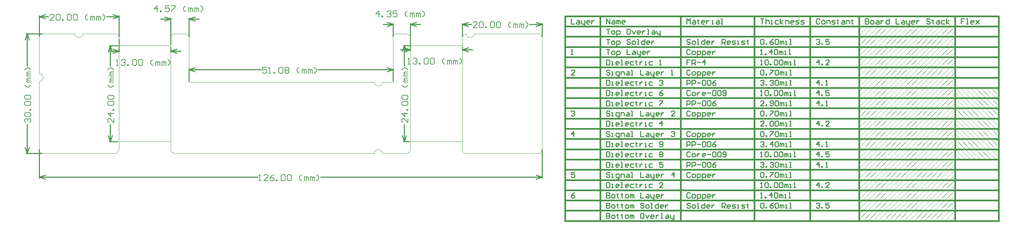
<source format=gm1>
G04*
G04 #@! TF.GenerationSoftware,Altium Limited,Altium NEXUS,3.1.14 (81)*
G04*
G04 Layer_Color=16711935*
%FSLAX25Y25*%
%MOIN*%
G70*
G04*
G04 #@! TF.SameCoordinates,8D934BE8-6637-419B-8715-06A4025A7093*
G04*
G04*
G04 #@! TF.FilePolarity,Positive*
G04*
G01*
G75*
%ADD10C,0.00394*%
%ADD12C,0.00600*%
%ADD15C,0.01000*%
%ADD139C,0.01500*%
%ADD174C,0.00100*%
D10*
X78740Y114173D02*
G03*
X74803Y118110I-3937J0D01*
G01*
X352937D02*
G03*
X349000Y114173I0J-3937D01*
G01*
X496063D02*
G03*
X492126Y118110I-3937J0D01*
G01*
X74803Y0D02*
G03*
X78740Y3937I0J3937D01*
G01*
X492126Y0D02*
G03*
X496063Y3937I0J3937D01*
G01*
X3937Y118110D02*
G03*
X0Y114173I0J-3937D01*
G01*
X35433Y118110D02*
G03*
X43307Y118110I3937J0D01*
G01*
X133858D02*
G03*
X129921Y114173I0J-3937D01*
G01*
X147902D02*
G03*
X143965Y118110I-3937J0D01*
G01*
X366142Y114173D02*
G03*
X362205Y118110I-3937J0D01*
G01*
X421260D02*
G03*
X417323Y114173I0J-3937D01*
G01*
X421260Y118110D02*
G03*
X429134Y118110I3937J0D01*
G01*
X0Y3937D02*
G03*
X3937Y0I3937J0D01*
G01*
X0Y70866D02*
G03*
X0Y78740I0J3937D01*
G01*
X129921Y3937D02*
G03*
X133858Y0I3937J0D01*
G01*
X362205D02*
G03*
X366142Y3937I0J3937D01*
G01*
X417323D02*
G03*
X421260Y0I3937J0D01*
G01*
X330709Y70402D02*
G03*
X338583Y70402I3937J0D01*
G01*
Y0D02*
G03*
X330709Y0I-3937J0D01*
G01*
X78740Y3937D02*
Y11811D01*
Y106299D02*
Y114173D01*
X129921Y3937D02*
Y11811D01*
Y106299D02*
Y114173D01*
X366142Y3937D02*
Y11811D01*
Y106299D02*
Y114173D01*
X417323Y3937D02*
Y11800D01*
Y106299D02*
Y114173D01*
X0Y3937D02*
Y70866D01*
X78740Y11811D02*
Y106299D01*
X129921Y11811D02*
Y106299D01*
X366142Y11800D02*
Y106299D01*
X417323Y11811D02*
Y106299D01*
X0Y78740D02*
Y114173D01*
X147900Y70400D02*
Y114173D01*
X349000Y70400D02*
Y114173D01*
X496063Y3937D02*
Y114173D01*
X338583Y0D02*
X362205D01*
X338583Y70400D02*
X349000D01*
X352937Y118110D02*
X362205D01*
X3937Y0D02*
X74803D01*
X43307Y118110D02*
X74803D01*
X3937D02*
X35433D01*
X133858D02*
X143965D01*
X421260Y0D02*
X460630D01*
X492126D01*
X452756Y118110D02*
X492126D01*
X429134D02*
X452756D01*
X133858Y0D02*
X330709D01*
X366142Y11800D02*
X417323D01*
X78740Y11811D02*
X129921D01*
X147900Y70400D02*
X330709D01*
X366142Y106299D02*
X417323D01*
X78740D02*
X129921D01*
D12*
X216941Y-26827D02*
X218940D01*
X217941D01*
Y-20829D01*
X216941Y-21829D01*
X225938Y-26827D02*
X221939D01*
X225938Y-22829D01*
Y-21829D01*
X224939Y-20829D01*
X222939D01*
X221939Y-21829D01*
X231936Y-20829D02*
X229937Y-21829D01*
X227938Y-23828D01*
Y-25828D01*
X228937Y-26827D01*
X230937D01*
X231936Y-25828D01*
Y-24828D01*
X230937Y-23828D01*
X227938D01*
X233935Y-26827D02*
Y-25828D01*
X234935D01*
Y-26827D01*
X233935D01*
X238934Y-21829D02*
X239934Y-20829D01*
X241933D01*
X242933Y-21829D01*
Y-25828D01*
X241933Y-26827D01*
X239934D01*
X238934Y-25828D01*
Y-21829D01*
X244932D02*
X245932Y-20829D01*
X247931D01*
X248931Y-21829D01*
Y-25828D01*
X247931Y-26827D01*
X245932D01*
X244932Y-25828D01*
Y-21829D01*
X258927Y-26827D02*
X256928Y-24828D01*
Y-22829D01*
X258927Y-20829D01*
X261927Y-26827D02*
Y-22829D01*
X262926D01*
X263926Y-23828D01*
Y-26827D01*
Y-23828D01*
X264926Y-22829D01*
X265925Y-23828D01*
Y-26827D01*
X267924D02*
Y-22829D01*
X268924D01*
X269924Y-23828D01*
Y-26827D01*
Y-23828D01*
X270924Y-22829D01*
X271923Y-23828D01*
Y-26827D01*
X273923D02*
X275922Y-24828D01*
Y-22829D01*
X273923Y-20829D01*
X363835Y34457D02*
Y30458D01*
X359837Y34457D01*
X358837D01*
X357837Y33457D01*
Y31458D01*
X358837Y30458D01*
X363835Y39455D02*
X357837D01*
X360836Y36456D01*
Y40455D01*
X363835Y42454D02*
X362836D01*
Y43454D01*
X363835D01*
Y42454D01*
X358837Y47453D02*
X357837Y48452D01*
Y50452D01*
X358837Y51451D01*
X362836D01*
X363835Y50452D01*
Y48452D01*
X362836Y47453D01*
X358837D01*
Y53451D02*
X357837Y54451D01*
Y56450D01*
X358837Y57450D01*
X362836D01*
X363835Y56450D01*
Y54451D01*
X362836Y53451D01*
X358837D01*
X363835Y67446D02*
X361836Y65447D01*
X359837D01*
X357837Y67446D01*
X363835Y70445D02*
X359837D01*
Y71445D01*
X360836Y72445D01*
X363835D01*
X360836D01*
X359837Y73444D01*
X360836Y74444D01*
X363835D01*
Y76443D02*
X359837D01*
Y77443D01*
X360836Y78443D01*
X363835D01*
X360836D01*
X359837Y79443D01*
X360836Y80442D01*
X363835D01*
Y82442D02*
X361836Y84441D01*
X359837D01*
X357837Y82442D01*
X363641Y87966D02*
X365640D01*
X364640D01*
Y93964D01*
X363641Y92965D01*
X368639D02*
X369639Y93964D01*
X371638D01*
X372638Y92965D01*
Y91965D01*
X371638Y90965D01*
X370639D01*
X371638D01*
X372638Y89965D01*
Y88966D01*
X371638Y87966D01*
X369639D01*
X368639Y88966D01*
X374637Y87966D02*
Y88966D01*
X375637D01*
Y87966D01*
X374637D01*
X379636Y92965D02*
X380635Y93964D01*
X382635D01*
X383634Y92965D01*
Y88966D01*
X382635Y87966D01*
X380635D01*
X379636Y88966D01*
Y92965D01*
X385634D02*
X386633Y93964D01*
X388633D01*
X389632Y92965D01*
Y88966D01*
X388633Y87966D01*
X386633D01*
X385634Y88966D01*
Y92965D01*
X399629Y87966D02*
X397630Y89965D01*
Y91965D01*
X399629Y93964D01*
X402628Y87966D02*
Y91965D01*
X403628D01*
X404628Y90965D01*
Y87966D01*
Y90965D01*
X405627Y91965D01*
X406627Y90965D01*
Y87966D01*
X408626D02*
Y91965D01*
X409626D01*
X410626Y90965D01*
Y87966D01*
Y90965D01*
X411625Y91965D01*
X412625Y90965D01*
Y87966D01*
X414624D02*
X416624Y89965D01*
Y91965D01*
X414624Y93964D01*
X432100Y123960D02*
X428102D01*
X432100Y127959D01*
Y128958D01*
X431101Y129958D01*
X429101D01*
X428102Y128958D01*
X434100D02*
X435099Y129958D01*
X437099D01*
X438098Y128958D01*
Y124960D01*
X437099Y123960D01*
X435099D01*
X434100Y124960D01*
Y128958D01*
X440098Y123960D02*
Y124960D01*
X441097D01*
Y123960D01*
X440098D01*
X445096Y128958D02*
X446096Y129958D01*
X448095D01*
X449095Y128958D01*
Y124960D01*
X448095Y123960D01*
X446096D01*
X445096Y124960D01*
Y128958D01*
X451094D02*
X452094Y129958D01*
X454093D01*
X455093Y128958D01*
Y124960D01*
X454093Y123960D01*
X452094D01*
X451094Y124960D01*
Y128958D01*
X465090Y123960D02*
X463090Y125959D01*
Y127959D01*
X465090Y129958D01*
X468089Y123960D02*
Y127959D01*
X469088D01*
X470088Y126959D01*
Y123960D01*
Y126959D01*
X471088Y127959D01*
X472087Y126959D01*
Y123960D01*
X474087D02*
Y127959D01*
X475086D01*
X476086Y126959D01*
Y123960D01*
Y126959D01*
X477086Y127959D01*
X478086Y126959D01*
Y123960D01*
X480085D02*
X482084Y125959D01*
Y127959D01*
X480085Y129958D01*
X334978Y134757D02*
Y140755D01*
X331979Y137756D01*
X335977D01*
X337977Y134757D02*
Y135757D01*
X338976D01*
Y134757D01*
X337977D01*
X342975Y139755D02*
X343975Y140755D01*
X345974D01*
X346974Y139755D01*
Y138756D01*
X345974Y137756D01*
X344974D01*
X345974D01*
X346974Y136757D01*
Y135757D01*
X345974Y134757D01*
X343975D01*
X342975Y135757D01*
X352972Y140755D02*
X348973D01*
Y137756D01*
X350973Y138756D01*
X351972D01*
X352972Y137756D01*
Y135757D01*
X351972Y134757D01*
X349973D01*
X348973Y135757D01*
X362969Y134757D02*
X360969Y136757D01*
Y138756D01*
X362969Y140755D01*
X365968Y134757D02*
Y138756D01*
X366967D01*
X367967Y137756D01*
Y134757D01*
Y137756D01*
X368967Y138756D01*
X369966Y137756D01*
Y134757D01*
X371966D02*
Y138756D01*
X372965D01*
X373965Y137756D01*
Y134757D01*
Y137756D01*
X374965Y138756D01*
X375964Y137756D01*
Y134757D01*
X377964D02*
X379963Y136757D01*
Y138756D01*
X377964Y140755D01*
X116317Y139875D02*
Y145873D01*
X113318Y142874D01*
X117317D01*
X119316Y139875D02*
Y140875D01*
X120316D01*
Y139875D01*
X119316D01*
X128314Y145873D02*
X124315D01*
Y142874D01*
X126314Y143874D01*
X127314D01*
X128314Y142874D01*
Y140875D01*
X127314Y139875D01*
X125314D01*
X124315Y140875D01*
X130313Y145873D02*
X134312D01*
Y144874D01*
X130313Y140875D01*
Y139875D01*
X144308D02*
X142309Y141875D01*
Y143874D01*
X144308Y145873D01*
X147307Y139875D02*
Y143874D01*
X148307D01*
X149307Y142874D01*
Y139875D01*
Y142874D01*
X150306Y143874D01*
X151306Y142874D01*
Y139875D01*
X153305D02*
Y143874D01*
X154305D01*
X155305Y142874D01*
Y139875D01*
Y142874D01*
X156305Y143874D01*
X157304Y142874D01*
Y139875D01*
X159303D02*
X161303Y141875D01*
Y143874D01*
X159303Y145873D01*
X76239Y86785D02*
X78239D01*
X77239D01*
Y92783D01*
X76239Y91783D01*
X81238D02*
X82237Y92783D01*
X84237D01*
X85236Y91783D01*
Y90784D01*
X84237Y89784D01*
X83237D01*
X84237D01*
X85236Y88784D01*
Y87785D01*
X84237Y86785D01*
X82237D01*
X81238Y87785D01*
X87236Y86785D02*
Y87785D01*
X88235D01*
Y86785D01*
X87236D01*
X92234Y91783D02*
X93234Y92783D01*
X95233D01*
X96233Y91783D01*
Y87785D01*
X95233Y86785D01*
X93234D01*
X92234Y87785D01*
Y91783D01*
X98232D02*
X99232Y92783D01*
X101231D01*
X102231Y91783D01*
Y87785D01*
X101231Y86785D01*
X99232D01*
X98232Y87785D01*
Y91783D01*
X112228Y86785D02*
X110228Y88784D01*
Y90784D01*
X112228Y92783D01*
X115227Y86785D02*
Y90784D01*
X116226D01*
X117226Y89784D01*
Y86785D01*
Y89784D01*
X118226Y90784D01*
X119225Y89784D01*
Y86785D01*
X121225D02*
Y90784D01*
X122224D01*
X123224Y89784D01*
Y86785D01*
Y89784D01*
X124224Y90784D01*
X125223Y89784D01*
Y86785D01*
X127223D02*
X129222Y88784D01*
Y90784D01*
X127223Y92783D01*
X14777Y131440D02*
X10779D01*
X14777Y135439D01*
Y136439D01*
X13778Y137438D01*
X11778D01*
X10779Y136439D01*
X16777D02*
X17777Y137438D01*
X19776D01*
X20776Y136439D01*
Y132440D01*
X19776Y131440D01*
X17777D01*
X16777Y132440D01*
Y136439D01*
X22775Y131440D02*
Y132440D01*
X23775D01*
Y131440D01*
X22775D01*
X27773Y136439D02*
X28773Y137438D01*
X30772D01*
X31772Y136439D01*
Y132440D01*
X30772Y131440D01*
X28773D01*
X27773Y132440D01*
Y136439D01*
X33771D02*
X34771Y137438D01*
X36770D01*
X37770Y136439D01*
Y132440D01*
X36770Y131440D01*
X34771D01*
X33771Y132440D01*
Y136439D01*
X47767Y131440D02*
X45768Y133440D01*
Y135439D01*
X47767Y137438D01*
X50766Y131440D02*
Y135439D01*
X51766D01*
X52765Y134439D01*
Y131440D01*
Y134439D01*
X53765Y135439D01*
X54765Y134439D01*
Y131440D01*
X56764D02*
Y135439D01*
X57764D01*
X58763Y134439D01*
Y131440D01*
Y134439D01*
X59763Y135439D01*
X60763Y134439D01*
Y131440D01*
X62762D02*
X64761Y133440D01*
Y135439D01*
X62762Y137438D01*
X-13210Y30464D02*
X-14210Y31464D01*
Y33463D01*
X-13210Y34463D01*
X-12211D01*
X-11211Y33463D01*
Y32463D01*
Y33463D01*
X-10211Y34463D01*
X-9212D01*
X-8212Y33463D01*
Y31464D01*
X-9212Y30464D01*
X-13210Y36462D02*
X-14210Y37462D01*
Y39461D01*
X-13210Y40461D01*
X-9212D01*
X-8212Y39461D01*
Y37462D01*
X-9212Y36462D01*
X-13210D01*
X-8212Y42460D02*
X-9212D01*
Y43460D01*
X-8212D01*
Y42460D01*
X-13210Y47458D02*
X-14210Y48458D01*
Y50457D01*
X-13210Y51457D01*
X-9212D01*
X-8212Y50457D01*
Y48458D01*
X-9212Y47458D01*
X-13210D01*
Y53456D02*
X-14210Y54456D01*
Y56455D01*
X-13210Y57455D01*
X-9212D01*
X-8212Y56455D01*
Y54456D01*
X-9212Y53456D01*
X-13210D01*
X-8212Y67452D02*
X-10211Y65452D01*
X-12211D01*
X-14210Y67452D01*
X-8212Y70451D02*
X-12211D01*
Y71451D01*
X-11211Y72450D01*
X-8212D01*
X-11211D01*
X-12211Y73450D01*
X-11211Y74450D01*
X-8212D01*
Y76449D02*
X-12211D01*
Y77449D01*
X-11211Y78448D01*
X-8212D01*
X-11211D01*
X-12211Y79448D01*
X-11211Y80448D01*
X-8212D01*
Y82447D02*
X-10211Y84446D01*
X-12211D01*
X-14210Y82447D01*
X224357Y85076D02*
X220359D01*
Y82077D01*
X222358Y83077D01*
X223358D01*
X224357Y82077D01*
Y80078D01*
X223358Y79078D01*
X221358D01*
X220359Y80078D01*
X226357Y79078D02*
X228356D01*
X227356D01*
Y85076D01*
X226357Y84076D01*
X231355Y79078D02*
Y80078D01*
X232355D01*
Y79078D01*
X231355D01*
X236353Y84076D02*
X237353Y85076D01*
X239352D01*
X240352Y84076D01*
Y80078D01*
X239352Y79078D01*
X237353D01*
X236353Y80078D01*
Y84076D01*
X242352D02*
X243351Y85076D01*
X245351D01*
X246350Y84076D01*
Y83077D01*
X245351Y82077D01*
X246350Y81077D01*
Y80078D01*
X245351Y79078D01*
X243351D01*
X242352Y80078D01*
Y81077D01*
X243351Y82077D01*
X242352Y83077D01*
Y84076D01*
X243351Y82077D02*
X245351D01*
X256347Y79078D02*
X254348Y81077D01*
Y83077D01*
X256347Y85076D01*
X259346Y79078D02*
Y83077D01*
X260346D01*
X261345Y82077D01*
Y79078D01*
Y82077D01*
X262345Y83077D01*
X263345Y82077D01*
Y79078D01*
X265344D02*
Y83077D01*
X266344D01*
X267343Y82077D01*
Y79078D01*
Y82077D01*
X268343Y83077D01*
X269343Y82077D01*
Y79078D01*
X271342D02*
X273341Y81077D01*
Y83077D01*
X271342Y85076D01*
X73678Y34463D02*
Y30464D01*
X69679Y34463D01*
X68679D01*
X67680Y33463D01*
Y31464D01*
X68679Y30464D01*
X73678Y39461D02*
X67680D01*
X70679Y36462D01*
Y40461D01*
X73678Y42460D02*
X72678D01*
Y43460D01*
X73678D01*
Y42460D01*
X68679Y47458D02*
X67680Y48458D01*
Y50457D01*
X68679Y51457D01*
X72678D01*
X73678Y50457D01*
Y48458D01*
X72678Y47458D01*
X68679D01*
Y53456D02*
X67680Y54456D01*
Y56455D01*
X68679Y57455D01*
X72678D01*
X73678Y56455D01*
Y54456D01*
X72678Y53456D01*
X68679D01*
X73678Y67452D02*
X71678Y65452D01*
X69679D01*
X67680Y67452D01*
X73678Y70451D02*
X69679D01*
Y71451D01*
X70679Y72450D01*
X73678D01*
X70679D01*
X69679Y73450D01*
X70679Y74450D01*
X73678D01*
Y76449D02*
X69679D01*
Y77449D01*
X70679Y78448D01*
X73678D01*
X70679D01*
X69679Y79448D01*
X70679Y80448D01*
X73678D01*
Y82447D02*
X71678Y84446D01*
X69679D01*
X67680Y82447D01*
D15*
X490063Y-25228D02*
X496063Y-23228D01*
X490063Y-21228D02*
X496063Y-23228D01*
X0D02*
X6000Y-21228D01*
X0Y-23228D02*
X6000Y-25228D01*
X277522Y-23228D02*
X496063D01*
X0D02*
X215341D01*
X496063Y-24228D02*
Y3937D01*
X0Y-24228D02*
Y3937D01*
X358236Y17800D02*
X360236Y11800D01*
X362236Y17800D01*
X360236Y106299D02*
X362236Y100299D01*
X358236D02*
X360236Y106299D01*
Y11800D02*
Y28858D01*
Y86041D02*
Y106299D01*
X359236Y11800D02*
X364945D01*
X359236Y106299D02*
X364945D01*
X417323Y102362D02*
X423323Y104362D01*
X417323Y102362D02*
X423323Y100362D01*
X360142D02*
X366142Y102362D01*
X360142Y104362D02*
X366142Y102362D01*
X417323D02*
X427323D01*
X356142D02*
X366142D01*
Y101362D02*
Y114173D01*
X417323Y101362D02*
Y105102D01*
Y127559D02*
X423323Y129559D01*
X417323Y127559D02*
X423323Y125559D01*
X490063D02*
X496063Y127559D01*
X490063Y129559D02*
X496063Y127559D01*
X417323D02*
X426502D01*
X483684D02*
X496063D01*
X417323Y115370D02*
Y128559D01*
X496063Y115370D02*
Y128559D01*
X366142Y127559D02*
X372142Y129559D01*
X366142Y127559D02*
X372142Y125559D01*
X343000D02*
X349000Y127559D01*
X343000Y129559D02*
X349000Y127559D01*
X366142D02*
X376142D01*
X339000D02*
X349000D01*
Y115370D02*
Y128559D01*
X366142Y115370D02*
Y128559D01*
X147900Y132677D02*
X153900Y134677D01*
X147900Y132677D02*
X153900Y130677D01*
X123921D02*
X129921Y132677D01*
X123921Y134677D02*
X129921Y132677D01*
X147900D02*
X157900D01*
X119921D02*
X129921D01*
Y107496D02*
Y133677D01*
X147900Y115370D02*
Y133677D01*
X129921Y101181D02*
X135921Y103181D01*
X129921Y101181D02*
X135921Y99181D01*
X72740D02*
X78740Y101181D01*
X72740Y103181D02*
X78740Y101181D01*
X129921D02*
X139921D01*
X68740D02*
X78740D01*
Y100181D02*
Y112976D01*
X129921Y100181D02*
Y105102D01*
X0Y135039D02*
X6000Y137039D01*
X0Y135039D02*
X6000Y133039D01*
X72740D02*
X78740Y135039D01*
X72740Y137039D02*
X78740Y135039D01*
X0D02*
X9179D01*
X66361D02*
X78740D01*
X0Y115370D02*
Y136039D01*
X78740Y115370D02*
Y136039D01*
X-13811Y6000D02*
X-11811Y0D01*
X-9811Y6000D01*
X-11811Y118110D02*
X-9811Y112110D01*
X-13811D02*
X-11811Y118110D01*
Y0D02*
Y28864D01*
Y86046D02*
Y118110D01*
X-12811Y0D02*
X2740D01*
X-12811Y118110D02*
X2740D01*
X147900Y82677D02*
X153900Y84677D01*
X147900Y82677D02*
X153900Y80677D01*
X343000D02*
X349000Y82677D01*
X343000Y84677D02*
X349000Y82677D01*
X147900D02*
X218759D01*
X274941D02*
X349000D01*
X147900Y71597D02*
Y83677D01*
X349000Y71597D02*
Y83677D01*
X70079Y106299D02*
X72079Y100299D01*
X68079D02*
X70079Y106299D01*
X68079Y17811D02*
X70079Y11811D01*
X72079Y17811D01*
X70079Y86046D02*
Y106299D01*
Y11811D02*
Y28864D01*
X69079Y106299D02*
X77543D01*
X69079Y11811D02*
X77543D01*
X524670Y132972D02*
Y127924D01*
X528035D01*
X530559Y131290D02*
X532241D01*
X533083Y130448D01*
Y127924D01*
X530559D01*
X529717Y128765D01*
X530559Y129607D01*
X533083D01*
X534765Y131290D02*
Y128765D01*
X535607Y127924D01*
X538131D01*
Y127083D01*
X537289Y126242D01*
X536448D01*
X538131Y127924D02*
Y131290D01*
X542337Y127924D02*
X540654D01*
X539813Y128765D01*
Y130448D01*
X540654Y131290D01*
X542337D01*
X543178Y130448D01*
Y129607D01*
X539813D01*
X544861Y131290D02*
Y127924D01*
Y129607D01*
X545702Y130448D01*
X546544Y131290D01*
X547385D01*
X528035Y-38711D02*
X526352Y-39552D01*
X524670Y-41235D01*
Y-42917D01*
X525511Y-43759D01*
X527193D01*
X528035Y-42917D01*
Y-42076D01*
X527193Y-41235D01*
X524670D01*
X528035Y-18513D02*
X524670D01*
Y-21037D01*
X526352Y-20196D01*
X527193D01*
X528035Y-21037D01*
Y-22719D01*
X527193Y-23561D01*
X525511D01*
X524670Y-22719D01*
X527193Y16835D02*
Y21883D01*
X524670Y19359D01*
X528035D01*
X524670Y41240D02*
X525511Y42081D01*
X527193D01*
X528035Y41240D01*
Y40398D01*
X527193Y39557D01*
X526352D01*
X527193D01*
X528035Y38716D01*
Y37874D01*
X527193Y37033D01*
X525511D01*
X524670Y37874D01*
X528035Y77429D02*
X524670D01*
X528035Y80794D01*
Y81636D01*
X527193Y82477D01*
X525511D01*
X524670Y81636D01*
Y97627D02*
X526352D01*
X525511D01*
Y102675D01*
X524670Y101834D01*
X559484Y127924D02*
Y132972D01*
X562849Y127924D01*
Y132972D01*
X565373Y131290D02*
X567056D01*
X567897Y130448D01*
Y127924D01*
X565373D01*
X564532Y128765D01*
X565373Y129607D01*
X567897D01*
X569580Y127924D02*
Y131290D01*
X570421D01*
X571262Y130448D01*
Y127924D01*
Y130448D01*
X572104Y131290D01*
X572945Y130448D01*
Y127924D01*
X577151D02*
X575469D01*
X574627Y128765D01*
Y130448D01*
X575469Y131290D01*
X577151D01*
X577993Y130448D01*
Y129607D01*
X574627D01*
X559484Y-58909D02*
Y-63957D01*
X562008D01*
X562849Y-63116D01*
Y-62274D01*
X562008Y-61433D01*
X559484D01*
X562008D01*
X562849Y-60592D01*
Y-59750D01*
X562008Y-58909D01*
X559484D01*
X565373Y-63957D02*
X567056D01*
X567897Y-63116D01*
Y-61433D01*
X567056Y-60592D01*
X565373D01*
X564532Y-61433D01*
Y-63116D01*
X565373Y-63957D01*
X570421Y-59750D02*
Y-60592D01*
X569580D01*
X571262D01*
X570421D01*
Y-63116D01*
X571262Y-63957D01*
X574627Y-59750D02*
Y-60592D01*
X573786D01*
X575469D01*
X574627D01*
Y-63116D01*
X575469Y-63957D01*
X578834D02*
X580517D01*
X581358Y-63116D01*
Y-61433D01*
X580517Y-60592D01*
X578834D01*
X577993Y-61433D01*
Y-63116D01*
X578834Y-63957D01*
X583041D02*
Y-60592D01*
X583882D01*
X584723Y-61433D01*
Y-63957D01*
Y-61433D01*
X585565Y-60592D01*
X586406Y-61433D01*
Y-63957D01*
X595660Y-58909D02*
X593978D01*
X593136Y-59750D01*
Y-63116D01*
X593978Y-63957D01*
X595660D01*
X596502Y-63116D01*
Y-59750D01*
X595660Y-58909D01*
X598184Y-60592D02*
X599867Y-63957D01*
X601549Y-60592D01*
X605756Y-63957D02*
X604073D01*
X603232Y-63116D01*
Y-61433D01*
X604073Y-60592D01*
X605756D01*
X606597Y-61433D01*
Y-62274D01*
X603232D01*
X608280Y-60592D02*
Y-63957D01*
Y-62274D01*
X609121Y-61433D01*
X609963Y-60592D01*
X610804D01*
X613328Y-63957D02*
X615010D01*
X614169D01*
Y-58909D01*
X613328D01*
X618376Y-60592D02*
X620058D01*
X620900Y-61433D01*
Y-63957D01*
X618376D01*
X617534Y-63116D01*
X618376Y-62274D01*
X620900D01*
X622582Y-60592D02*
Y-63116D01*
X623424Y-63957D01*
X625948D01*
Y-64798D01*
X625106Y-65639D01*
X624265D01*
X625948Y-63957D02*
Y-60592D01*
X559484Y-48810D02*
Y-53858D01*
X562008D01*
X562849Y-53017D01*
Y-52175D01*
X562008Y-51334D01*
X559484D01*
X562008D01*
X562849Y-50493D01*
Y-49651D01*
X562008Y-48810D01*
X559484D01*
X565373Y-53858D02*
X567056D01*
X567897Y-53017D01*
Y-51334D01*
X567056Y-50493D01*
X565373D01*
X564532Y-51334D01*
Y-53017D01*
X565373Y-53858D01*
X570421Y-49651D02*
Y-50493D01*
X569580D01*
X571262D01*
X570421D01*
Y-53017D01*
X571262Y-53858D01*
X574627Y-49651D02*
Y-50493D01*
X573786D01*
X575469D01*
X574627D01*
Y-53017D01*
X575469Y-53858D01*
X578834D02*
X580517D01*
X581358Y-53017D01*
Y-51334D01*
X580517Y-50493D01*
X578834D01*
X577993Y-51334D01*
Y-53017D01*
X578834Y-53858D01*
X583041D02*
Y-50493D01*
X583882D01*
X584723Y-51334D01*
Y-53858D01*
Y-51334D01*
X585565Y-50493D01*
X586406Y-51334D01*
Y-53858D01*
X596502Y-49651D02*
X595660Y-48810D01*
X593978D01*
X593136Y-49651D01*
Y-50493D01*
X593978Y-51334D01*
X595660D01*
X596502Y-52175D01*
Y-53017D01*
X595660Y-53858D01*
X593978D01*
X593136Y-53017D01*
X599026Y-53858D02*
X600708D01*
X601549Y-53017D01*
Y-51334D01*
X600708Y-50493D01*
X599026D01*
X598184Y-51334D01*
Y-53017D01*
X599026Y-53858D01*
X603232D02*
X604915D01*
X604073D01*
Y-48810D01*
X603232D01*
X610804D02*
Y-53858D01*
X608280D01*
X607439Y-53017D01*
Y-51334D01*
X608280Y-50493D01*
X610804D01*
X615010Y-53858D02*
X613328D01*
X612487Y-53017D01*
Y-51334D01*
X613328Y-50493D01*
X615010D01*
X615852Y-51334D01*
Y-52175D01*
X612487D01*
X617534Y-50493D02*
Y-53858D01*
Y-52175D01*
X618376Y-51334D01*
X619217Y-50493D01*
X620058D01*
X559484Y-38711D02*
Y-43759D01*
X562008D01*
X562849Y-42917D01*
Y-42076D01*
X562008Y-41235D01*
X559484D01*
X562008D01*
X562849Y-40393D01*
Y-39552D01*
X562008Y-38711D01*
X559484D01*
X565373Y-43759D02*
X567056D01*
X567897Y-42917D01*
Y-41235D01*
X567056Y-40393D01*
X565373D01*
X564532Y-41235D01*
Y-42917D01*
X565373Y-43759D01*
X570421Y-39552D02*
Y-40393D01*
X569580D01*
X571262D01*
X570421D01*
Y-42917D01*
X571262Y-43759D01*
X574627Y-39552D02*
Y-40393D01*
X573786D01*
X575469D01*
X574627D01*
Y-42917D01*
X575469Y-43759D01*
X578834D02*
X580517D01*
X581358Y-42917D01*
Y-41235D01*
X580517Y-40393D01*
X578834D01*
X577993Y-41235D01*
Y-42917D01*
X578834Y-43759D01*
X583041D02*
Y-40393D01*
X583882D01*
X584723Y-41235D01*
Y-43759D01*
Y-41235D01*
X585565Y-40393D01*
X586406Y-41235D01*
Y-43759D01*
X593136Y-38711D02*
Y-43759D01*
X596502D01*
X599026Y-40393D02*
X600708D01*
X601549Y-41235D01*
Y-43759D01*
X599026D01*
X598184Y-42917D01*
X599026Y-42076D01*
X601549D01*
X603232Y-40393D02*
Y-42917D01*
X604073Y-43759D01*
X606597D01*
Y-44600D01*
X605756Y-45441D01*
X604915D01*
X606597Y-43759D02*
Y-40393D01*
X610804Y-43759D02*
X609121D01*
X608280Y-42917D01*
Y-41235D01*
X609121Y-40393D01*
X610804D01*
X611645Y-41235D01*
Y-42076D01*
X608280D01*
X613328Y-40393D02*
Y-43759D01*
Y-42076D01*
X614169Y-41235D01*
X615010Y-40393D01*
X615852D01*
X559484Y-28612D02*
Y-33660D01*
X562008D01*
X562849Y-32818D01*
Y-29453D01*
X562008Y-28612D01*
X559484D01*
X564532Y-33660D02*
X566214D01*
X565373D01*
Y-30294D01*
X564532D01*
X571262Y-33660D02*
X569580D01*
X568738Y-32818D01*
Y-31136D01*
X569580Y-30294D01*
X571262D01*
X572104Y-31136D01*
Y-31977D01*
X568738D01*
X573786Y-33660D02*
X575469D01*
X574627D01*
Y-28612D01*
X573786D01*
X580517Y-33660D02*
X578834D01*
X577993Y-32818D01*
Y-31136D01*
X578834Y-30294D01*
X580517D01*
X581358Y-31136D01*
Y-31977D01*
X577993D01*
X586406Y-30294D02*
X583882D01*
X583041Y-31136D01*
Y-32818D01*
X583882Y-33660D01*
X586406D01*
X588930Y-29453D02*
Y-30294D01*
X588089D01*
X589771D01*
X588930D01*
Y-32818D01*
X589771Y-33660D01*
X592295Y-30294D02*
Y-33660D01*
Y-31977D01*
X593136Y-31136D01*
X593978Y-30294D01*
X594819D01*
X597343Y-33660D02*
X599026D01*
X598184D01*
Y-30294D01*
X597343D01*
X604915D02*
X602391D01*
X601549Y-31136D01*
Y-32818D01*
X602391Y-33660D01*
X604915D01*
X615010D02*
X611645D01*
X615010Y-30294D01*
Y-29453D01*
X614169Y-28612D01*
X612487D01*
X611645Y-29453D01*
X562849Y-19354D02*
X562008Y-18513D01*
X560325D01*
X559484Y-19354D01*
Y-20196D01*
X560325Y-21037D01*
X562008D01*
X562849Y-21878D01*
Y-22719D01*
X562008Y-23561D01*
X560325D01*
X559484Y-22719D01*
X564532Y-23561D02*
X566214D01*
X565373D01*
Y-20196D01*
X564532D01*
X570421Y-25243D02*
X571262D01*
X572104Y-24402D01*
Y-20196D01*
X569580D01*
X568738Y-21037D01*
Y-22719D01*
X569580Y-23561D01*
X572104D01*
X573786D02*
Y-20196D01*
X576310D01*
X577151Y-21037D01*
Y-23561D01*
X579675Y-20196D02*
X581358D01*
X582199Y-21037D01*
Y-23561D01*
X579675D01*
X578834Y-22719D01*
X579675Y-21878D01*
X582199D01*
X583882Y-23561D02*
X585565D01*
X584723D01*
Y-18513D01*
X583882D01*
X593136D02*
Y-23561D01*
X596502D01*
X599026Y-20196D02*
X600708D01*
X601549Y-21037D01*
Y-23561D01*
X599026D01*
X598184Y-22719D01*
X599026Y-21878D01*
X601549D01*
X603232Y-20196D02*
Y-22719D01*
X604073Y-23561D01*
X606597D01*
Y-24402D01*
X605756Y-25243D01*
X604915D01*
X606597Y-23561D02*
Y-20196D01*
X610804Y-23561D02*
X609121D01*
X608280Y-22719D01*
Y-21037D01*
X609121Y-20196D01*
X610804D01*
X611645Y-21037D01*
Y-21878D01*
X608280D01*
X613328Y-20196D02*
Y-23561D01*
Y-21878D01*
X614169Y-21037D01*
X615010Y-20196D01*
X615852D01*
X625948Y-23561D02*
Y-18513D01*
X623424Y-21037D01*
X626789D01*
X559484Y-8414D02*
Y-13462D01*
X562008D01*
X562849Y-12620D01*
Y-9255D01*
X562008Y-8414D01*
X559484D01*
X564532Y-13462D02*
X566214D01*
X565373D01*
Y-10097D01*
X564532D01*
X571262Y-13462D02*
X569580D01*
X568738Y-12620D01*
Y-10938D01*
X569580Y-10097D01*
X571262D01*
X572104Y-10938D01*
Y-11779D01*
X568738D01*
X573786Y-13462D02*
X575469D01*
X574627D01*
Y-8414D01*
X573786D01*
X580517Y-13462D02*
X578834D01*
X577993Y-12620D01*
Y-10938D01*
X578834Y-10097D01*
X580517D01*
X581358Y-10938D01*
Y-11779D01*
X577993D01*
X586406Y-10097D02*
X583882D01*
X583041Y-10938D01*
Y-12620D01*
X583882Y-13462D01*
X586406D01*
X588930Y-9255D02*
Y-10097D01*
X588089D01*
X589771D01*
X588930D01*
Y-12620D01*
X589771Y-13462D01*
X592295Y-10097D02*
Y-13462D01*
Y-11779D01*
X593136Y-10938D01*
X593978Y-10097D01*
X594819D01*
X597343Y-13462D02*
X599026D01*
X598184D01*
Y-10097D01*
X597343D01*
X604915D02*
X602391D01*
X601549Y-10938D01*
Y-12620D01*
X602391Y-13462D01*
X604915D01*
X615010Y-8414D02*
X611645D01*
Y-10938D01*
X613328Y-10097D01*
X614169D01*
X615010Y-10938D01*
Y-12620D01*
X614169Y-13462D01*
X612487D01*
X611645Y-12620D01*
X559484Y1685D02*
Y-3363D01*
X562008D01*
X562849Y-2521D01*
Y844D01*
X562008Y1685D01*
X559484D01*
X564532Y-3363D02*
X566214D01*
X565373D01*
Y2D01*
X564532D01*
X571262Y-3363D02*
X569580D01*
X568738Y-2521D01*
Y-839D01*
X569580Y2D01*
X571262D01*
X572104Y-839D01*
Y-1680D01*
X568738D01*
X573786Y-3363D02*
X575469D01*
X574627D01*
Y1685D01*
X573786D01*
X580517Y-3363D02*
X578834D01*
X577993Y-2521D01*
Y-839D01*
X578834Y2D01*
X580517D01*
X581358Y-839D01*
Y-1680D01*
X577993D01*
X586406Y2D02*
X583882D01*
X583041Y-839D01*
Y-2521D01*
X583882Y-3363D01*
X586406D01*
X588930Y844D02*
Y2D01*
X588089D01*
X589771D01*
X588930D01*
Y-2521D01*
X589771Y-3363D01*
X592295Y2D02*
Y-3363D01*
Y-1680D01*
X593136Y-839D01*
X593978Y2D01*
X594819D01*
X597343Y-3363D02*
X599026D01*
X598184D01*
Y2D01*
X597343D01*
X604915D02*
X602391D01*
X601549Y-839D01*
Y-2521D01*
X602391Y-3363D01*
X604915D01*
X611645Y844D02*
X612487Y1685D01*
X614169D01*
X615010Y844D01*
Y2D01*
X614169Y-839D01*
X615010Y-1680D01*
Y-2521D01*
X614169Y-3363D01*
X612487D01*
X611645Y-2521D01*
Y-1680D01*
X612487Y-839D01*
X611645Y2D01*
Y844D01*
X612487Y-839D02*
X614169D01*
X559484Y11784D02*
Y6736D01*
X562008D01*
X562849Y7577D01*
Y10943D01*
X562008Y11784D01*
X559484D01*
X564532Y6736D02*
X566214D01*
X565373D01*
Y10101D01*
X564532D01*
X571262Y6736D02*
X569580D01*
X568738Y7577D01*
Y9260D01*
X569580Y10101D01*
X571262D01*
X572104Y9260D01*
Y8419D01*
X568738D01*
X573786Y6736D02*
X575469D01*
X574627D01*
Y11784D01*
X573786D01*
X580517Y6736D02*
X578834D01*
X577993Y7577D01*
Y9260D01*
X578834Y10101D01*
X580517D01*
X581358Y9260D01*
Y8419D01*
X577993D01*
X586406Y10101D02*
X583882D01*
X583041Y9260D01*
Y7577D01*
X583882Y6736D01*
X586406D01*
X588930Y10943D02*
Y10101D01*
X588089D01*
X589771D01*
X588930D01*
Y7577D01*
X589771Y6736D01*
X592295Y10101D02*
Y6736D01*
Y8419D01*
X593136Y9260D01*
X593978Y10101D01*
X594819D01*
X597343Y6736D02*
X599026D01*
X598184D01*
Y10101D01*
X597343D01*
X604915D02*
X602391D01*
X601549Y9260D01*
Y7577D01*
X602391Y6736D01*
X604915D01*
X611645Y7577D02*
X612487Y6736D01*
X614169D01*
X615010Y7577D01*
Y10943D01*
X614169Y11784D01*
X612487D01*
X611645Y10943D01*
Y10101D01*
X612487Y9260D01*
X615010D01*
X562849Y21042D02*
X562008Y21883D01*
X560325D01*
X559484Y21042D01*
Y20200D01*
X560325Y19359D01*
X562008D01*
X562849Y18518D01*
Y17676D01*
X562008Y16835D01*
X560325D01*
X559484Y17676D01*
X564532Y16835D02*
X566214D01*
X565373D01*
Y20200D01*
X564532D01*
X570421Y15153D02*
X571262D01*
X572104Y15994D01*
Y20200D01*
X569580D01*
X568738Y19359D01*
Y17676D01*
X569580Y16835D01*
X572104D01*
X573786D02*
Y20200D01*
X576310D01*
X577151Y19359D01*
Y16835D01*
X579675Y20200D02*
X581358D01*
X582199Y19359D01*
Y16835D01*
X579675D01*
X578834Y17676D01*
X579675Y18518D01*
X582199D01*
X583882Y16835D02*
X585565D01*
X584723D01*
Y21883D01*
X583882D01*
X593136D02*
Y16835D01*
X596502D01*
X599026Y20200D02*
X600708D01*
X601549Y19359D01*
Y16835D01*
X599026D01*
X598184Y17676D01*
X599026Y18518D01*
X601549D01*
X603232Y20200D02*
Y17676D01*
X604073Y16835D01*
X606597D01*
Y15994D01*
X605756Y15153D01*
X604915D01*
X606597Y16835D02*
Y20200D01*
X610804Y16835D02*
X609121D01*
X608280Y17676D01*
Y19359D01*
X609121Y20200D01*
X610804D01*
X611645Y19359D01*
Y18518D01*
X608280D01*
X613328Y20200D02*
Y16835D01*
Y18518D01*
X614169Y19359D01*
X615010Y20200D01*
X615852D01*
X623424Y21042D02*
X624265Y21883D01*
X625948D01*
X626789Y21042D01*
Y20200D01*
X625948Y19359D01*
X625106D01*
X625948D01*
X626789Y18518D01*
Y17676D01*
X625948Y16835D01*
X624265D01*
X623424Y17676D01*
X559484Y31982D02*
Y26934D01*
X562008D01*
X562849Y27775D01*
Y31141D01*
X562008Y31982D01*
X559484D01*
X564532Y26934D02*
X566214D01*
X565373D01*
Y30299D01*
X564532D01*
X571262Y26934D02*
X569580D01*
X568738Y27775D01*
Y29458D01*
X569580Y30299D01*
X571262D01*
X572104Y29458D01*
Y28617D01*
X568738D01*
X573786Y26934D02*
X575469D01*
X574627D01*
Y31982D01*
X573786D01*
X580517Y26934D02*
X578834D01*
X577993Y27775D01*
Y29458D01*
X578834Y30299D01*
X580517D01*
X581358Y29458D01*
Y28617D01*
X577993D01*
X586406Y30299D02*
X583882D01*
X583041Y29458D01*
Y27775D01*
X583882Y26934D01*
X586406D01*
X588930Y31141D02*
Y30299D01*
X588089D01*
X589771D01*
X588930D01*
Y27775D01*
X589771Y26934D01*
X592295Y30299D02*
Y26934D01*
Y28617D01*
X593136Y29458D01*
X593978Y30299D01*
X594819D01*
X597343Y26934D02*
X599026D01*
X598184D01*
Y30299D01*
X597343D01*
X604915D02*
X602391D01*
X601549Y29458D01*
Y27775D01*
X602391Y26934D01*
X604915D01*
X614169D02*
Y31982D01*
X611645Y29458D01*
X615010D01*
X562849Y41240D02*
X562008Y42081D01*
X560325D01*
X559484Y41240D01*
Y40398D01*
X560325Y39557D01*
X562008D01*
X562849Y38716D01*
Y37874D01*
X562008Y37033D01*
X560325D01*
X559484Y37874D01*
X564532Y37033D02*
X566214D01*
X565373D01*
Y40398D01*
X564532D01*
X570421Y35351D02*
X571262D01*
X572104Y36192D01*
Y40398D01*
X569580D01*
X568738Y39557D01*
Y37874D01*
X569580Y37033D01*
X572104D01*
X573786D02*
Y40398D01*
X576310D01*
X577151Y39557D01*
Y37033D01*
X579675Y40398D02*
X581358D01*
X582199Y39557D01*
Y37033D01*
X579675D01*
X578834Y37874D01*
X579675Y38716D01*
X582199D01*
X583882Y37033D02*
X585565D01*
X584723D01*
Y42081D01*
X583882D01*
X593136D02*
Y37033D01*
X596502D01*
X599026Y40398D02*
X600708D01*
X601549Y39557D01*
Y37033D01*
X599026D01*
X598184Y37874D01*
X599026Y38716D01*
X601549D01*
X603232Y40398D02*
Y37874D01*
X604073Y37033D01*
X606597D01*
Y36192D01*
X605756Y35351D01*
X604915D01*
X606597Y37033D02*
Y40398D01*
X610804Y37033D02*
X609121D01*
X608280Y37874D01*
Y39557D01*
X609121Y40398D01*
X610804D01*
X611645Y39557D01*
Y38716D01*
X608280D01*
X613328Y40398D02*
Y37033D01*
Y38716D01*
X614169Y39557D01*
X615010Y40398D01*
X615852D01*
X626789Y37033D02*
X623424D01*
X626789Y40398D01*
Y41240D01*
X625948Y42081D01*
X624265D01*
X623424Y41240D01*
X559484Y52180D02*
Y47132D01*
X562008D01*
X562849Y47973D01*
Y51339D01*
X562008Y52180D01*
X559484D01*
X564532Y47132D02*
X566214D01*
X565373D01*
Y50497D01*
X564532D01*
X571262Y47132D02*
X569580D01*
X568738Y47973D01*
Y49656D01*
X569580Y50497D01*
X571262D01*
X572104Y49656D01*
Y48815D01*
X568738D01*
X573786Y47132D02*
X575469D01*
X574627D01*
Y52180D01*
X573786D01*
X580517Y47132D02*
X578834D01*
X577993Y47973D01*
Y49656D01*
X578834Y50497D01*
X580517D01*
X581358Y49656D01*
Y48815D01*
X577993D01*
X586406Y50497D02*
X583882D01*
X583041Y49656D01*
Y47973D01*
X583882Y47132D01*
X586406D01*
X588930Y51339D02*
Y50497D01*
X588089D01*
X589771D01*
X588930D01*
Y47973D01*
X589771Y47132D01*
X592295Y50497D02*
Y47132D01*
Y48815D01*
X593136Y49656D01*
X593978Y50497D01*
X594819D01*
X597343Y47132D02*
X599026D01*
X598184D01*
Y50497D01*
X597343D01*
X604915D02*
X602391D01*
X601549Y49656D01*
Y47973D01*
X602391Y47132D01*
X604915D01*
X611645Y52180D02*
X615010D01*
Y51339D01*
X611645Y47973D01*
Y47132D01*
X559484Y62279D02*
Y57231D01*
X562008D01*
X562849Y58073D01*
Y61438D01*
X562008Y62279D01*
X559484D01*
X564532Y57231D02*
X566214D01*
X565373D01*
Y60597D01*
X564532D01*
X571262Y57231D02*
X569580D01*
X568738Y58073D01*
Y59755D01*
X569580Y60597D01*
X571262D01*
X572104Y59755D01*
Y58914D01*
X568738D01*
X573786Y57231D02*
X575469D01*
X574627D01*
Y62279D01*
X573786D01*
X580517Y57231D02*
X578834D01*
X577993Y58073D01*
Y59755D01*
X578834Y60597D01*
X580517D01*
X581358Y59755D01*
Y58914D01*
X577993D01*
X586406Y60597D02*
X583882D01*
X583041Y59755D01*
Y58073D01*
X583882Y57231D01*
X586406D01*
X588930Y61438D02*
Y60597D01*
X588089D01*
X589771D01*
X588930D01*
Y58073D01*
X589771Y57231D01*
X592295Y60597D02*
Y57231D01*
Y58914D01*
X593136Y59755D01*
X593978Y60597D01*
X594819D01*
X597343Y57231D02*
X599026D01*
X598184D01*
Y60597D01*
X597343D01*
X604915D02*
X602391D01*
X601549Y59755D01*
Y58073D01*
X602391Y57231D01*
X604915D01*
X615010Y62279D02*
X613328Y61438D01*
X611645Y59755D01*
Y58073D01*
X612487Y57231D01*
X614169D01*
X615010Y58073D01*
Y58914D01*
X614169Y59755D01*
X611645D01*
X559484Y72378D02*
Y67330D01*
X562008D01*
X562849Y68172D01*
Y71537D01*
X562008Y72378D01*
X559484D01*
X564532Y67330D02*
X566214D01*
X565373D01*
Y70696D01*
X564532D01*
X571262Y67330D02*
X569580D01*
X568738Y68172D01*
Y69854D01*
X569580Y70696D01*
X571262D01*
X572104Y69854D01*
Y69013D01*
X568738D01*
X573786Y67330D02*
X575469D01*
X574627D01*
Y72378D01*
X573786D01*
X580517Y67330D02*
X578834D01*
X577993Y68172D01*
Y69854D01*
X578834Y70696D01*
X580517D01*
X581358Y69854D01*
Y69013D01*
X577993D01*
X586406Y70696D02*
X583882D01*
X583041Y69854D01*
Y68172D01*
X583882Y67330D01*
X586406D01*
X588930Y71537D02*
Y70696D01*
X588089D01*
X589771D01*
X588930D01*
Y68172D01*
X589771Y67330D01*
X592295Y70696D02*
Y67330D01*
Y69013D01*
X593136Y69854D01*
X593978Y70696D01*
X594819D01*
X597343Y67330D02*
X599026D01*
X598184D01*
Y70696D01*
X597343D01*
X604915D02*
X602391D01*
X601549Y69854D01*
Y68172D01*
X602391Y67330D01*
X604915D01*
X611645Y71537D02*
X612487Y72378D01*
X614169D01*
X615010Y71537D01*
Y70696D01*
X614169Y69854D01*
X613328D01*
X614169D01*
X615010Y69013D01*
Y68172D01*
X614169Y67330D01*
X612487D01*
X611645Y68172D01*
X562849Y81636D02*
X562008Y82477D01*
X560325D01*
X559484Y81636D01*
Y80794D01*
X560325Y79953D01*
X562008D01*
X562849Y79112D01*
Y78271D01*
X562008Y77429D01*
X560325D01*
X559484Y78271D01*
X564532Y77429D02*
X566214D01*
X565373D01*
Y80794D01*
X564532D01*
X570421Y75747D02*
X571262D01*
X572104Y76588D01*
Y80794D01*
X569580D01*
X568738Y79953D01*
Y78271D01*
X569580Y77429D01*
X572104D01*
X573786D02*
Y80794D01*
X576310D01*
X577151Y79953D01*
Y77429D01*
X579675Y80794D02*
X581358D01*
X582199Y79953D01*
Y77429D01*
X579675D01*
X578834Y78271D01*
X579675Y79112D01*
X582199D01*
X583882Y77429D02*
X585565D01*
X584723D01*
Y82477D01*
X583882D01*
X593136D02*
Y77429D01*
X596502D01*
X599026Y80794D02*
X600708D01*
X601549Y79953D01*
Y77429D01*
X599026D01*
X598184Y78271D01*
X599026Y79112D01*
X601549D01*
X603232Y80794D02*
Y78271D01*
X604073Y77429D01*
X606597D01*
Y76588D01*
X605756Y75747D01*
X604915D01*
X606597Y77429D02*
Y80794D01*
X610804Y77429D02*
X609121D01*
X608280Y78271D01*
Y79953D01*
X609121Y80794D01*
X610804D01*
X611645Y79953D01*
Y79112D01*
X608280D01*
X613328Y80794D02*
Y77429D01*
Y79112D01*
X614169Y79953D01*
X615010Y80794D01*
X615852D01*
X623424Y77429D02*
X625106D01*
X624265D01*
Y82477D01*
X623424Y81636D01*
X559484Y92576D02*
Y87528D01*
X562008D01*
X562849Y88370D01*
Y91735D01*
X562008Y92576D01*
X559484D01*
X564532Y87528D02*
X566214D01*
X565373D01*
Y90893D01*
X564532D01*
X571262Y87528D02*
X569580D01*
X568738Y88370D01*
Y90052D01*
X569580Y90893D01*
X571262D01*
X572104Y90052D01*
Y89211D01*
X568738D01*
X573786Y87528D02*
X575469D01*
X574627D01*
Y92576D01*
X573786D01*
X580517Y87528D02*
X578834D01*
X577993Y88370D01*
Y90052D01*
X578834Y90893D01*
X580517D01*
X581358Y90052D01*
Y89211D01*
X577993D01*
X586406Y90893D02*
X583882D01*
X583041Y90052D01*
Y88370D01*
X583882Y87528D01*
X586406D01*
X588930Y91735D02*
Y90893D01*
X588089D01*
X589771D01*
X588930D01*
Y88370D01*
X589771Y87528D01*
X592295Y90893D02*
Y87528D01*
Y89211D01*
X593136Y90052D01*
X593978Y90893D01*
X594819D01*
X597343Y87528D02*
X599026D01*
X598184D01*
Y90893D01*
X597343D01*
X604915D02*
X602391D01*
X601549Y90052D01*
Y88370D01*
X602391Y87528D01*
X604915D01*
X611645D02*
X613328D01*
X612487D01*
Y92576D01*
X611645Y91735D01*
X559484Y102675D02*
X562849D01*
X561167D01*
Y97627D01*
X565373D02*
X567056D01*
X567897Y98469D01*
Y100151D01*
X567056Y100992D01*
X565373D01*
X564532Y100151D01*
Y98469D01*
X565373Y97627D01*
X569580Y95945D02*
Y100992D01*
X572104D01*
X572945Y100151D01*
Y98469D01*
X572104Y97627D01*
X569580D01*
X579675Y102675D02*
Y97627D01*
X583041D01*
X585565Y100992D02*
X587247D01*
X588089Y100151D01*
Y97627D01*
X585565D01*
X584723Y98469D01*
X585565Y99310D01*
X588089D01*
X589771Y100992D02*
Y98469D01*
X590613Y97627D01*
X593136D01*
Y96786D01*
X592295Y95945D01*
X591454D01*
X593136Y97627D02*
Y100992D01*
X597343Y97627D02*
X595660D01*
X594819Y98469D01*
Y100151D01*
X595660Y100992D01*
X597343D01*
X598184Y100151D01*
Y99310D01*
X594819D01*
X599867Y100992D02*
Y97627D01*
Y99310D01*
X600708Y100151D01*
X601549Y100992D01*
X602391D01*
X559484Y112774D02*
X562849D01*
X561167D01*
Y107726D01*
X565373D02*
X567056D01*
X567897Y108568D01*
Y110250D01*
X567056Y111091D01*
X565373D01*
X564532Y110250D01*
Y108568D01*
X565373Y107726D01*
X569580Y106044D02*
Y111091D01*
X572104D01*
X572945Y110250D01*
Y108568D01*
X572104Y107726D01*
X569580D01*
X583041Y111933D02*
X582199Y112774D01*
X580517D01*
X579675Y111933D01*
Y111091D01*
X580517Y110250D01*
X582199D01*
X583041Y109409D01*
Y108568D01*
X582199Y107726D01*
X580517D01*
X579675Y108568D01*
X585565Y107726D02*
X587247D01*
X588089Y108568D01*
Y110250D01*
X587247Y111091D01*
X585565D01*
X584723Y110250D01*
Y108568D01*
X585565Y107726D01*
X589771D02*
X591454D01*
X590613D01*
Y112774D01*
X589771D01*
X597343D02*
Y107726D01*
X594819D01*
X593978Y108568D01*
Y110250D01*
X594819Y111091D01*
X597343D01*
X601549Y107726D02*
X599867D01*
X599026Y108568D01*
Y110250D01*
X599867Y111091D01*
X601549D01*
X602391Y110250D01*
Y109409D01*
X599026D01*
X604073Y111091D02*
Y107726D01*
Y109409D01*
X604915Y110250D01*
X605756Y111091D01*
X606597D01*
X559484Y122873D02*
X562849D01*
X561167D01*
Y117825D01*
X565373D02*
X567056D01*
X567897Y118667D01*
Y120349D01*
X567056Y121191D01*
X565373D01*
X564532Y120349D01*
Y118667D01*
X565373Y117825D01*
X569580Y116143D02*
Y121191D01*
X572104D01*
X572945Y120349D01*
Y118667D01*
X572104Y117825D01*
X569580D01*
X582199Y122873D02*
X580517D01*
X579675Y122032D01*
Y118667D01*
X580517Y117825D01*
X582199D01*
X583041Y118667D01*
Y122032D01*
X582199Y122873D01*
X584723Y121191D02*
X586406Y117825D01*
X588089Y121191D01*
X592295Y117825D02*
X590613D01*
X589771Y118667D01*
Y120349D01*
X590613Y121191D01*
X592295D01*
X593136Y120349D01*
Y119508D01*
X589771D01*
X594819Y121191D02*
Y117825D01*
Y119508D01*
X595660Y120349D01*
X596502Y121191D01*
X597343D01*
X599867Y117825D02*
X601549D01*
X600708D01*
Y122873D01*
X599867D01*
X604915Y121191D02*
X606597D01*
X607439Y120349D01*
Y117825D01*
X604915D01*
X604073Y118667D01*
X604915Y119508D01*
X607439D01*
X609121Y121191D02*
Y118667D01*
X609963Y117825D01*
X612487D01*
Y116984D01*
X611645Y116143D01*
X610804D01*
X612487Y117825D02*
Y121191D01*
X638888Y127924D02*
Y132972D01*
X640570Y131290D01*
X642253Y132972D01*
Y127924D01*
X644777Y131290D02*
X646460D01*
X647301Y130448D01*
Y127924D01*
X644777D01*
X643936Y128765D01*
X644777Y129607D01*
X647301D01*
X649825Y132131D02*
Y131290D01*
X648984D01*
X650666D01*
X649825D01*
Y128765D01*
X650666Y127924D01*
X655714D02*
X654032D01*
X653190Y128765D01*
Y130448D01*
X654032Y131290D01*
X655714D01*
X656555Y130448D01*
Y129607D01*
X653190D01*
X658238Y131290D02*
Y127924D01*
Y129607D01*
X659079Y130448D01*
X659921Y131290D01*
X660762D01*
X663286Y127924D02*
X664968D01*
X664127D01*
Y131290D01*
X663286D01*
X668334D02*
X670016D01*
X670858Y130448D01*
Y127924D01*
X668334D01*
X667492Y128765D01*
X668334Y129607D01*
X670858D01*
X672540Y127924D02*
X674223D01*
X673382D01*
Y132972D01*
X672540D01*
X642253Y-49651D02*
X641412Y-48810D01*
X639729D01*
X638888Y-49651D01*
Y-50493D01*
X639729Y-51334D01*
X641412D01*
X642253Y-52175D01*
Y-53017D01*
X641412Y-53858D01*
X639729D01*
X638888Y-53017D01*
X644777Y-53858D02*
X646460D01*
X647301Y-53017D01*
Y-51334D01*
X646460Y-50493D01*
X644777D01*
X643936Y-51334D01*
Y-53017D01*
X644777Y-53858D01*
X648984D02*
X650666D01*
X649825D01*
Y-48810D01*
X648984D01*
X656555D02*
Y-53858D01*
X654032D01*
X653190Y-53017D01*
Y-51334D01*
X654032Y-50493D01*
X656555D01*
X660762Y-53858D02*
X659079D01*
X658238Y-53017D01*
Y-51334D01*
X659079Y-50493D01*
X660762D01*
X661603Y-51334D01*
Y-52175D01*
X658238D01*
X663286Y-50493D02*
Y-53858D01*
Y-52175D01*
X664127Y-51334D01*
X664968Y-50493D01*
X665810D01*
X673382Y-53858D02*
Y-48810D01*
X675906D01*
X676747Y-49651D01*
Y-51334D01*
X675906Y-52175D01*
X673382D01*
X675064D02*
X676747Y-53858D01*
X680953D02*
X679271D01*
X678430Y-53017D01*
Y-51334D01*
X679271Y-50493D01*
X680953D01*
X681795Y-51334D01*
Y-52175D01*
X678430D01*
X683477Y-53858D02*
X686001D01*
X686843Y-53017D01*
X686001Y-52175D01*
X684319D01*
X683477Y-51334D01*
X684319Y-50493D01*
X686843D01*
X688525Y-53858D02*
X690208D01*
X689367D01*
Y-50493D01*
X688525D01*
X692732Y-53858D02*
X695256D01*
X696097Y-53017D01*
X695256Y-52175D01*
X693573D01*
X692732Y-51334D01*
X693573Y-50493D01*
X696097D01*
X698621Y-49651D02*
Y-50493D01*
X697780D01*
X699462D01*
X698621D01*
Y-53017D01*
X699462Y-53858D01*
X642253Y-39552D02*
X641412Y-38711D01*
X639729D01*
X638888Y-39552D01*
Y-42917D01*
X639729Y-43759D01*
X641412D01*
X642253Y-42917D01*
X644777Y-43759D02*
X646460D01*
X647301Y-42917D01*
Y-41235D01*
X646460Y-40393D01*
X644777D01*
X643936Y-41235D01*
Y-42917D01*
X644777Y-43759D01*
X648984Y-45441D02*
Y-40393D01*
X651508D01*
X652349Y-41235D01*
Y-42917D01*
X651508Y-43759D01*
X648984D01*
X654032Y-45441D02*
Y-40393D01*
X656555D01*
X657397Y-41235D01*
Y-42917D01*
X656555Y-43759D01*
X654032D01*
X661603D02*
X659921D01*
X659079Y-42917D01*
Y-41235D01*
X659921Y-40393D01*
X661603D01*
X662445Y-41235D01*
Y-42076D01*
X659079D01*
X664127Y-40393D02*
Y-43759D01*
Y-42076D01*
X664968Y-41235D01*
X665810Y-40393D01*
X666651D01*
X642253Y-19354D02*
X641412Y-18513D01*
X639729D01*
X638888Y-19354D01*
Y-22719D01*
X639729Y-23561D01*
X641412D01*
X642253Y-22719D01*
X644777Y-23561D02*
X646460D01*
X647301Y-22719D01*
Y-21037D01*
X646460Y-20196D01*
X644777D01*
X643936Y-21037D01*
Y-22719D01*
X644777Y-23561D01*
X648984Y-25243D02*
Y-20196D01*
X651508D01*
X652349Y-21037D01*
Y-22719D01*
X651508Y-23561D01*
X648984D01*
X654032Y-25243D02*
Y-20196D01*
X656555D01*
X657397Y-21037D01*
Y-22719D01*
X656555Y-23561D01*
X654032D01*
X661603D02*
X659921D01*
X659079Y-22719D01*
Y-21037D01*
X659921Y-20196D01*
X661603D01*
X662445Y-21037D01*
Y-21878D01*
X659079D01*
X664127Y-20196D02*
Y-23561D01*
Y-21878D01*
X664968Y-21037D01*
X665810Y-20196D01*
X666651D01*
X638888Y-13462D02*
Y-8414D01*
X641412D01*
X642253Y-9255D01*
Y-10938D01*
X641412Y-11779D01*
X638888D01*
X643936Y-13462D02*
Y-8414D01*
X646460D01*
X647301Y-9255D01*
Y-10938D01*
X646460Y-11779D01*
X643936D01*
X648984Y-10938D02*
X652349D01*
X654032Y-9255D02*
X654873Y-8414D01*
X656555D01*
X657397Y-9255D01*
Y-12620D01*
X656555Y-13462D01*
X654873D01*
X654032Y-12620D01*
Y-9255D01*
X659079D02*
X659921Y-8414D01*
X661603D01*
X662445Y-9255D01*
Y-12620D01*
X661603Y-13462D01*
X659921D01*
X659079Y-12620D01*
Y-9255D01*
X667492Y-8414D02*
X665810Y-9255D01*
X664127Y-10938D01*
Y-12620D01*
X664968Y-13462D01*
X666651D01*
X667492Y-12620D01*
Y-11779D01*
X666651Y-10938D01*
X664127D01*
X642253Y844D02*
X641412Y1685D01*
X639729D01*
X638888Y844D01*
Y-2521D01*
X639729Y-3363D01*
X641412D01*
X642253Y-2521D01*
X644777Y-3363D02*
X646460D01*
X647301Y-2521D01*
Y-839D01*
X646460Y2D01*
X644777D01*
X643936Y-839D01*
Y-2521D01*
X644777Y-3363D01*
X648984Y2D02*
Y-3363D01*
Y-1680D01*
X649825Y-839D01*
X650666Y2D01*
X651508D01*
X656555Y-3363D02*
X654873D01*
X654032Y-2521D01*
Y-839D01*
X654873Y2D01*
X656555D01*
X657397Y-839D01*
Y-1680D01*
X654032D01*
X659079Y-839D02*
X662445D01*
X664127Y844D02*
X664968Y1685D01*
X666651D01*
X667492Y844D01*
Y-2521D01*
X666651Y-3363D01*
X664968D01*
X664127Y-2521D01*
Y844D01*
X669175D02*
X670016Y1685D01*
X671699D01*
X672540Y844D01*
Y-2521D01*
X671699Y-3363D01*
X670016D01*
X669175Y-2521D01*
Y844D01*
X674223Y-2521D02*
X675064Y-3363D01*
X676747D01*
X677588Y-2521D01*
Y844D01*
X676747Y1685D01*
X675064D01*
X674223Y844D01*
Y2D01*
X675064Y-839D01*
X677588D01*
X638888Y6736D02*
Y11784D01*
X641412D01*
X642253Y10943D01*
Y9260D01*
X641412Y8419D01*
X638888D01*
X643936Y6736D02*
Y11784D01*
X646460D01*
X647301Y10943D01*
Y9260D01*
X646460Y8419D01*
X643936D01*
X648984Y9260D02*
X652349D01*
X654032Y10943D02*
X654873Y11784D01*
X656555D01*
X657397Y10943D01*
Y7577D01*
X656555Y6736D01*
X654873D01*
X654032Y7577D01*
Y10943D01*
X659079D02*
X659921Y11784D01*
X661603D01*
X662445Y10943D01*
Y7577D01*
X661603Y6736D01*
X659921D01*
X659079Y7577D01*
Y10943D01*
X667492Y11784D02*
X665810Y10943D01*
X664127Y9260D01*
Y7577D01*
X664968Y6736D01*
X666651D01*
X667492Y7577D01*
Y8419D01*
X666651Y9260D01*
X664127D01*
X642253Y21042D02*
X641412Y21883D01*
X639729D01*
X638888Y21042D01*
Y17676D01*
X639729Y16835D01*
X641412D01*
X642253Y17676D01*
X644777Y16835D02*
X646460D01*
X647301Y17676D01*
Y19359D01*
X646460Y20200D01*
X644777D01*
X643936Y19359D01*
Y17676D01*
X644777Y16835D01*
X648984Y15153D02*
Y20200D01*
X651508D01*
X652349Y19359D01*
Y17676D01*
X651508Y16835D01*
X648984D01*
X654032Y15153D02*
Y20200D01*
X656555D01*
X657397Y19359D01*
Y17676D01*
X656555Y16835D01*
X654032D01*
X661603D02*
X659921D01*
X659079Y17676D01*
Y19359D01*
X659921Y20200D01*
X661603D01*
X662445Y19359D01*
Y18518D01*
X659079D01*
X664127Y20200D02*
Y16835D01*
Y18518D01*
X664968Y19359D01*
X665810Y20200D01*
X666651D01*
X642253Y41240D02*
X641412Y42081D01*
X639729D01*
X638888Y41240D01*
Y37874D01*
X639729Y37033D01*
X641412D01*
X642253Y37874D01*
X644777Y37033D02*
X646460D01*
X647301Y37874D01*
Y39557D01*
X646460Y40398D01*
X644777D01*
X643936Y39557D01*
Y37874D01*
X644777Y37033D01*
X648984Y35351D02*
Y40398D01*
X651508D01*
X652349Y39557D01*
Y37874D01*
X651508Y37033D01*
X648984D01*
X654032Y35351D02*
Y40398D01*
X656555D01*
X657397Y39557D01*
Y37874D01*
X656555Y37033D01*
X654032D01*
X661603D02*
X659921D01*
X659079Y37874D01*
Y39557D01*
X659921Y40398D01*
X661603D01*
X662445Y39557D01*
Y38716D01*
X659079D01*
X664127Y40398D02*
Y37033D01*
Y38716D01*
X664968Y39557D01*
X665810Y40398D01*
X666651D01*
X638888Y47132D02*
Y52180D01*
X641412D01*
X642253Y51339D01*
Y49656D01*
X641412Y48815D01*
X638888D01*
X643936Y47132D02*
Y52180D01*
X646460D01*
X647301Y51339D01*
Y49656D01*
X646460Y48815D01*
X643936D01*
X648984Y49656D02*
X652349D01*
X654032Y51339D02*
X654873Y52180D01*
X656555D01*
X657397Y51339D01*
Y47973D01*
X656555Y47132D01*
X654873D01*
X654032Y47973D01*
Y51339D01*
X659079D02*
X659921Y52180D01*
X661603D01*
X662445Y51339D01*
Y47973D01*
X661603Y47132D01*
X659921D01*
X659079Y47973D01*
Y51339D01*
X667492Y52180D02*
X665810Y51339D01*
X664127Y49656D01*
Y47973D01*
X664968Y47132D01*
X666651D01*
X667492Y47973D01*
Y48815D01*
X666651Y49656D01*
X664127D01*
X642253Y61438D02*
X641412Y62279D01*
X639729D01*
X638888Y61438D01*
Y58073D01*
X639729Y57231D01*
X641412D01*
X642253Y58073D01*
X644777Y57231D02*
X646460D01*
X647301Y58073D01*
Y59755D01*
X646460Y60597D01*
X644777D01*
X643936Y59755D01*
Y58073D01*
X644777Y57231D01*
X648984Y60597D02*
Y57231D01*
Y58914D01*
X649825Y59755D01*
X650666Y60597D01*
X651508D01*
X656555Y57231D02*
X654873D01*
X654032Y58073D01*
Y59755D01*
X654873Y60597D01*
X656555D01*
X657397Y59755D01*
Y58914D01*
X654032D01*
X659079Y59755D02*
X662445D01*
X664127Y61438D02*
X664968Y62279D01*
X666651D01*
X667492Y61438D01*
Y58073D01*
X666651Y57231D01*
X664968D01*
X664127Y58073D01*
Y61438D01*
X669175D02*
X670016Y62279D01*
X671699D01*
X672540Y61438D01*
Y58073D01*
X671699Y57231D01*
X670016D01*
X669175Y58073D01*
Y61438D01*
X674223Y58073D02*
X675064Y57231D01*
X676747D01*
X677588Y58073D01*
Y61438D01*
X676747Y62279D01*
X675064D01*
X674223Y61438D01*
Y60597D01*
X675064Y59755D01*
X677588D01*
X638888Y67330D02*
Y72378D01*
X641412D01*
X642253Y71537D01*
Y69854D01*
X641412Y69013D01*
X638888D01*
X643936Y67330D02*
Y72378D01*
X646460D01*
X647301Y71537D01*
Y69854D01*
X646460Y69013D01*
X643936D01*
X648984Y69854D02*
X652349D01*
X654032Y71537D02*
X654873Y72378D01*
X656555D01*
X657397Y71537D01*
Y68172D01*
X656555Y67330D01*
X654873D01*
X654032Y68172D01*
Y71537D01*
X659079D02*
X659921Y72378D01*
X661603D01*
X662445Y71537D01*
Y68172D01*
X661603Y67330D01*
X659921D01*
X659079Y68172D01*
Y71537D01*
X667492Y72378D02*
X665810Y71537D01*
X664127Y69854D01*
Y68172D01*
X664968Y67330D01*
X666651D01*
X667492Y68172D01*
Y69013D01*
X666651Y69854D01*
X664127D01*
X642253Y81636D02*
X641412Y82477D01*
X639729D01*
X638888Y81636D01*
Y78271D01*
X639729Y77429D01*
X641412D01*
X642253Y78271D01*
X644777Y77429D02*
X646460D01*
X647301Y78271D01*
Y79953D01*
X646460Y80794D01*
X644777D01*
X643936Y79953D01*
Y78271D01*
X644777Y77429D01*
X648984Y75747D02*
Y80794D01*
X651508D01*
X652349Y79953D01*
Y78271D01*
X651508Y77429D01*
X648984D01*
X654032Y75747D02*
Y80794D01*
X656555D01*
X657397Y79953D01*
Y78271D01*
X656555Y77429D01*
X654032D01*
X661603D02*
X659921D01*
X659079Y78271D01*
Y79953D01*
X659921Y80794D01*
X661603D01*
X662445Y79953D01*
Y79112D01*
X659079D01*
X664127Y80794D02*
Y77429D01*
Y79112D01*
X664968Y79953D01*
X665810Y80794D01*
X666651D01*
X642253Y92576D02*
X638888D01*
Y90052D01*
X640570D01*
X638888D01*
Y87528D01*
X643936D02*
Y92576D01*
X646460D01*
X647301Y91735D01*
Y90052D01*
X646460Y89211D01*
X643936D01*
X645618D02*
X647301Y87528D01*
X648984Y90052D02*
X652349D01*
X656555Y87528D02*
Y92576D01*
X654032Y90052D01*
X657397D01*
X642253Y101834D02*
X641412Y102675D01*
X639729D01*
X638888Y101834D01*
Y98469D01*
X639729Y97627D01*
X641412D01*
X642253Y98469D01*
X644777Y97627D02*
X646460D01*
X647301Y98469D01*
Y100151D01*
X646460Y100992D01*
X644777D01*
X643936Y100151D01*
Y98469D01*
X644777Y97627D01*
X648984Y95945D02*
Y100992D01*
X651508D01*
X652349Y100151D01*
Y98469D01*
X651508Y97627D01*
X648984D01*
X654032Y95945D02*
Y100992D01*
X656555D01*
X657397Y100151D01*
Y98469D01*
X656555Y97627D01*
X654032D01*
X661603D02*
X659921D01*
X659079Y98469D01*
Y100151D01*
X659921Y100992D01*
X661603D01*
X662445Y100151D01*
Y99310D01*
X659079D01*
X664127Y100992D02*
Y97627D01*
Y99310D01*
X664968Y100151D01*
X665810Y100992D01*
X666651D01*
X642253Y111933D02*
X641412Y112774D01*
X639729D01*
X638888Y111933D01*
Y111091D01*
X639729Y110250D01*
X641412D01*
X642253Y109409D01*
Y108568D01*
X641412Y107726D01*
X639729D01*
X638888Y108568D01*
X644777Y107726D02*
X646460D01*
X647301Y108568D01*
Y110250D01*
X646460Y111091D01*
X644777D01*
X643936Y110250D01*
Y108568D01*
X644777Y107726D01*
X648984D02*
X650666D01*
X649825D01*
Y112774D01*
X648984D01*
X656555D02*
Y107726D01*
X654032D01*
X653190Y108568D01*
Y110250D01*
X654032Y111091D01*
X656555D01*
X660762Y107726D02*
X659079D01*
X658238Y108568D01*
Y110250D01*
X659079Y111091D01*
X660762D01*
X661603Y110250D01*
Y109409D01*
X658238D01*
X663286Y111091D02*
Y107726D01*
Y109409D01*
X664127Y110250D01*
X664968Y111091D01*
X665810D01*
X673382Y107726D02*
Y112774D01*
X675906D01*
X676747Y111933D01*
Y110250D01*
X675906Y109409D01*
X673382D01*
X675064D02*
X676747Y107726D01*
X680953D02*
X679271D01*
X678430Y108568D01*
Y110250D01*
X679271Y111091D01*
X680953D01*
X681795Y110250D01*
Y109409D01*
X678430D01*
X683477Y107726D02*
X686001D01*
X686843Y108568D01*
X686001Y109409D01*
X684319D01*
X683477Y110250D01*
X684319Y111091D01*
X686843D01*
X688525Y107726D02*
X690208D01*
X689367D01*
Y111091D01*
X688525D01*
X692732Y107726D02*
X695256D01*
X696097Y108568D01*
X695256Y109409D01*
X693573D01*
X692732Y110250D01*
X693573Y111091D01*
X696097D01*
X698621Y111933D02*
Y111091D01*
X697780D01*
X699462D01*
X698621D01*
Y108568D01*
X699462Y107726D01*
X711561Y132972D02*
X714927D01*
X713244D01*
Y127924D01*
X716609Y132972D02*
Y127924D01*
Y130448D01*
X717451Y131290D01*
X719133D01*
X719974Y130448D01*
Y127924D01*
X721657D02*
X723340D01*
X722498D01*
Y131290D01*
X721657D01*
X729229D02*
X726705D01*
X725864Y130448D01*
Y128765D01*
X726705Y127924D01*
X729229D01*
X730911D02*
Y132972D01*
Y129607D02*
X733435Y131290D01*
X730911Y129607D02*
X733435Y127924D01*
X735959D02*
Y131290D01*
X738483D01*
X739325Y130448D01*
Y127924D01*
X743531D02*
X741849D01*
X741007Y128765D01*
Y130448D01*
X741849Y131290D01*
X743531D01*
X744373Y130448D01*
Y129607D01*
X741007D01*
X746055Y127924D02*
X748579D01*
X749420Y128765D01*
X748579Y129607D01*
X746896D01*
X746055Y130448D01*
X746896Y131290D01*
X749420D01*
X751103Y127924D02*
X753627D01*
X754468Y128765D01*
X753627Y129607D01*
X751944D01*
X751103Y130448D01*
X751944Y131290D01*
X754468D01*
X711561Y-49651D02*
X712403Y-48810D01*
X714085D01*
X714927Y-49651D01*
Y-53017D01*
X714085Y-53858D01*
X712403D01*
X711561Y-53017D01*
Y-49651D01*
X716609Y-53858D02*
Y-53017D01*
X717451D01*
Y-53858D01*
X716609D01*
X724181Y-48810D02*
X722498Y-49651D01*
X720816Y-51334D01*
Y-53017D01*
X721657Y-53858D01*
X723340D01*
X724181Y-53017D01*
Y-52175D01*
X723340Y-51334D01*
X720816D01*
X725864Y-49651D02*
X726705Y-48810D01*
X728387D01*
X729229Y-49651D01*
Y-53017D01*
X728387Y-53858D01*
X726705D01*
X725864Y-53017D01*
Y-49651D01*
X730911Y-53858D02*
Y-50493D01*
X731753D01*
X732594Y-51334D01*
Y-53858D01*
Y-51334D01*
X733435Y-50493D01*
X734277Y-51334D01*
Y-53858D01*
X735959D02*
X737642D01*
X736801D01*
Y-50493D01*
X735959D01*
X740166Y-53858D02*
X741849D01*
X741007D01*
Y-48810D01*
X740166D01*
X711561Y-43759D02*
X713244D01*
X712403D01*
Y-38711D01*
X711561Y-39552D01*
X715768Y-43759D02*
Y-42917D01*
X716609D01*
Y-43759D01*
X715768D01*
X722498D02*
Y-38711D01*
X719974Y-41235D01*
X723340D01*
X725022Y-39552D02*
X725864Y-38711D01*
X727546D01*
X728388Y-39552D01*
Y-42917D01*
X727546Y-43759D01*
X725864D01*
X725022Y-42917D01*
Y-39552D01*
X730070Y-43759D02*
Y-40393D01*
X730911D01*
X731753Y-41235D01*
Y-43759D01*
Y-41235D01*
X732594Y-40393D01*
X733435Y-41235D01*
Y-43759D01*
X735118D02*
X736801D01*
X735959D01*
Y-40393D01*
X735118D01*
X739325Y-43759D02*
X741007D01*
X740166D01*
Y-38711D01*
X739325D01*
X711561Y-33660D02*
X713244D01*
X712403D01*
Y-28612D01*
X711561Y-29453D01*
X715768D02*
X716609Y-28612D01*
X718292D01*
X719133Y-29453D01*
Y-32818D01*
X718292Y-33660D01*
X716609D01*
X715768Y-32818D01*
Y-29453D01*
X720816Y-33660D02*
Y-32818D01*
X721657D01*
Y-33660D01*
X720816D01*
X725022Y-29453D02*
X725864Y-28612D01*
X727546D01*
X728388Y-29453D01*
Y-32818D01*
X727546Y-33660D01*
X725864D01*
X725022Y-32818D01*
Y-29453D01*
X730070D02*
X730911Y-28612D01*
X732594D01*
X733435Y-29453D01*
Y-32818D01*
X732594Y-33660D01*
X730911D01*
X730070Y-32818D01*
Y-29453D01*
X735118Y-33660D02*
Y-30294D01*
X735959D01*
X736801Y-31136D01*
Y-33660D01*
Y-31136D01*
X737642Y-30294D01*
X738483Y-31136D01*
Y-33660D01*
X740166D02*
X741849D01*
X741007D01*
Y-30294D01*
X740166D01*
X744373Y-33660D02*
X746055D01*
X745214D01*
Y-28612D01*
X744373D01*
X711561Y-19354D02*
X712403Y-18513D01*
X714085D01*
X714927Y-19354D01*
Y-22719D01*
X714085Y-23561D01*
X712403D01*
X711561Y-22719D01*
Y-19354D01*
X716609Y-23561D02*
Y-22719D01*
X717451D01*
Y-23561D01*
X716609D01*
X720816Y-18513D02*
X724181D01*
Y-19354D01*
X720816Y-22719D01*
Y-23561D01*
X725864Y-19354D02*
X726705Y-18513D01*
X728387D01*
X729229Y-19354D01*
Y-22719D01*
X728387Y-23561D01*
X726705D01*
X725864Y-22719D01*
Y-19354D01*
X730911Y-23561D02*
Y-20196D01*
X731753D01*
X732594Y-21037D01*
Y-23561D01*
Y-21037D01*
X733435Y-20196D01*
X734277Y-21037D01*
Y-23561D01*
X735959D02*
X737642D01*
X736801D01*
Y-20196D01*
X735959D01*
X740166Y-23561D02*
X741849D01*
X741007D01*
Y-18513D01*
X740166D01*
X711561Y-9255D02*
X712403Y-8414D01*
X714085D01*
X714927Y-9255D01*
Y-10097D01*
X714085Y-10938D01*
X713244D01*
X714085D01*
X714927Y-11779D01*
Y-12620D01*
X714085Y-13462D01*
X712403D01*
X711561Y-12620D01*
X716609Y-13462D02*
Y-12620D01*
X717451D01*
Y-13462D01*
X716609D01*
X720816Y-9255D02*
X721657Y-8414D01*
X723340D01*
X724181Y-9255D01*
Y-10097D01*
X723340Y-10938D01*
X722498D01*
X723340D01*
X724181Y-11779D01*
Y-12620D01*
X723340Y-13462D01*
X721657D01*
X720816Y-12620D01*
X725864Y-9255D02*
X726705Y-8414D01*
X728387D01*
X729229Y-9255D01*
Y-12620D01*
X728387Y-13462D01*
X726705D01*
X725864Y-12620D01*
Y-9255D01*
X730911Y-13462D02*
Y-10097D01*
X731753D01*
X732594Y-10938D01*
Y-13462D01*
Y-10938D01*
X733435Y-10097D01*
X734277Y-10938D01*
Y-13462D01*
X735959D02*
X737642D01*
X736801D01*
Y-10097D01*
X735959D01*
X740166Y-13462D02*
X741849D01*
X741007D01*
Y-8414D01*
X740166D01*
X711561Y-3363D02*
X713244D01*
X712403D01*
Y1685D01*
X711561Y844D01*
X715768D02*
X716609Y1685D01*
X718292D01*
X719133Y844D01*
Y-2521D01*
X718292Y-3363D01*
X716609D01*
X715768Y-2521D01*
Y844D01*
X720816Y-3363D02*
Y-2521D01*
X721657D01*
Y-3363D01*
X720816D01*
X725022Y844D02*
X725864Y1685D01*
X727546D01*
X728388Y844D01*
Y-2521D01*
X727546Y-3363D01*
X725864D01*
X725022Y-2521D01*
Y844D01*
X730070D02*
X730911Y1685D01*
X732594D01*
X733435Y844D01*
Y-2521D01*
X732594Y-3363D01*
X730911D01*
X730070Y-2521D01*
Y844D01*
X735118Y-3363D02*
Y2D01*
X735959D01*
X736801Y-839D01*
Y-3363D01*
Y-839D01*
X737642Y2D01*
X738483Y-839D01*
Y-3363D01*
X740166D02*
X741849D01*
X741007D01*
Y2D01*
X740166D01*
X744373Y-3363D02*
X746055D01*
X745214D01*
Y1685D01*
X744373D01*
X711561Y10943D02*
X712403Y11784D01*
X714085D01*
X714927Y10943D01*
Y10101D01*
X714085Y9260D01*
X713244D01*
X714085D01*
X714927Y8419D01*
Y7577D01*
X714085Y6736D01*
X712403D01*
X711561Y7577D01*
X716609Y6736D02*
Y7577D01*
X717451D01*
Y6736D01*
X716609D01*
X723340D02*
Y11784D01*
X720816Y9260D01*
X724181D01*
X725864Y10943D02*
X726705Y11784D01*
X728387D01*
X729229Y10943D01*
Y7577D01*
X728387Y6736D01*
X726705D01*
X725864Y7577D01*
Y10943D01*
X730911Y6736D02*
Y10101D01*
X731753D01*
X732594Y9260D01*
Y6736D01*
Y9260D01*
X733435Y10101D01*
X734277Y9260D01*
Y6736D01*
X735959D02*
X737642D01*
X736801D01*
Y10101D01*
X735959D01*
X740166Y6736D02*
X741849D01*
X741007D01*
Y11784D01*
X740166D01*
X711561Y21042D02*
X712403Y21883D01*
X714085D01*
X714927Y21042D01*
Y17676D01*
X714085Y16835D01*
X712403D01*
X711561Y17676D01*
Y21042D01*
X716609Y16835D02*
Y17676D01*
X717451D01*
Y16835D01*
X716609D01*
X720816Y21883D02*
X724181D01*
Y21042D01*
X720816Y17676D01*
Y16835D01*
X725864Y21042D02*
X726705Y21883D01*
X728387D01*
X729229Y21042D01*
Y17676D01*
X728387Y16835D01*
X726705D01*
X725864Y17676D01*
Y21042D01*
X730911Y16835D02*
Y20200D01*
X731753D01*
X732594Y19359D01*
Y16835D01*
Y19359D01*
X733435Y20200D01*
X734277Y19359D01*
Y16835D01*
X735959D02*
X737642D01*
X736801D01*
Y20200D01*
X735959D01*
X740166Y16835D02*
X741849D01*
X741007D01*
Y21883D01*
X740166D01*
X714927Y26934D02*
X711561D01*
X714927Y30299D01*
Y31141D01*
X714085Y31982D01*
X712403D01*
X711561Y31141D01*
X716609Y26934D02*
Y27775D01*
X717451D01*
Y26934D01*
X716609D01*
X720816Y31141D02*
X721657Y31982D01*
X723340D01*
X724181Y31141D01*
Y27775D01*
X723340Y26934D01*
X721657D01*
X720816Y27775D01*
Y31141D01*
X725864D02*
X726705Y31982D01*
X728387D01*
X729229Y31141D01*
Y27775D01*
X728387Y26934D01*
X726705D01*
X725864Y27775D01*
Y31141D01*
X730911Y26934D02*
Y30299D01*
X731753D01*
X732594Y29458D01*
Y26934D01*
Y29458D01*
X733435Y30299D01*
X734277Y29458D01*
Y26934D01*
X735959D02*
X737642D01*
X736801D01*
Y30299D01*
X735959D01*
X740166Y26934D02*
X741849D01*
X741007D01*
Y31982D01*
X740166D01*
X711561Y41240D02*
X712403Y42081D01*
X714085D01*
X714927Y41240D01*
Y37874D01*
X714085Y37033D01*
X712403D01*
X711561Y37874D01*
Y41240D01*
X716609Y37033D02*
Y37874D01*
X717451D01*
Y37033D01*
X716609D01*
X720816Y42081D02*
X724181D01*
Y41240D01*
X720816Y37874D01*
Y37033D01*
X725864Y41240D02*
X726705Y42081D01*
X728387D01*
X729229Y41240D01*
Y37874D01*
X728387Y37033D01*
X726705D01*
X725864Y37874D01*
Y41240D01*
X730911Y37033D02*
Y40398D01*
X731753D01*
X732594Y39557D01*
Y37033D01*
Y39557D01*
X733435Y40398D01*
X734277Y39557D01*
Y37033D01*
X735959D02*
X737642D01*
X736801D01*
Y40398D01*
X735959D01*
X740166Y37033D02*
X741849D01*
X741007D01*
Y42081D01*
X740166D01*
X714927Y47132D02*
X711561D01*
X714927Y50497D01*
Y51339D01*
X714085Y52180D01*
X712403D01*
X711561Y51339D01*
X716609Y47132D02*
Y47973D01*
X717451D01*
Y47132D01*
X716609D01*
X720816Y47973D02*
X721657Y47132D01*
X723340D01*
X724181Y47973D01*
Y51339D01*
X723340Y52180D01*
X721657D01*
X720816Y51339D01*
Y50497D01*
X721657Y49656D01*
X724181D01*
X725864Y51339D02*
X726705Y52180D01*
X728387D01*
X729229Y51339D01*
Y47973D01*
X728387Y47132D01*
X726705D01*
X725864Y47973D01*
Y51339D01*
X730911Y47132D02*
Y50497D01*
X731753D01*
X732594Y49656D01*
Y47132D01*
Y49656D01*
X733435Y50497D01*
X734277Y49656D01*
Y47132D01*
X735959D02*
X737642D01*
X736801D01*
Y50497D01*
X735959D01*
X740166Y47132D02*
X741849D01*
X741007D01*
Y52180D01*
X740166D01*
X711561Y57231D02*
X713244D01*
X712403D01*
Y62279D01*
X711561Y61438D01*
X715768D02*
X716609Y62279D01*
X718292D01*
X719133Y61438D01*
Y58073D01*
X718292Y57231D01*
X716609D01*
X715768Y58073D01*
Y61438D01*
X720816Y57231D02*
Y58073D01*
X721657D01*
Y57231D01*
X720816D01*
X725022Y61438D02*
X725864Y62279D01*
X727546D01*
X728388Y61438D01*
Y58073D01*
X727546Y57231D01*
X725864D01*
X725022Y58073D01*
Y61438D01*
X730070D02*
X730911Y62279D01*
X732594D01*
X733435Y61438D01*
Y58073D01*
X732594Y57231D01*
X730911D01*
X730070Y58073D01*
Y61438D01*
X735118Y57231D02*
Y60597D01*
X735959D01*
X736801Y59755D01*
Y57231D01*
Y59755D01*
X737642Y60597D01*
X738483Y59755D01*
Y57231D01*
X740166D02*
X741849D01*
X741007D01*
Y60597D01*
X740166D01*
X744373Y57231D02*
X746055D01*
X745214D01*
Y62279D01*
X744373D01*
X711561Y71537D02*
X712403Y72378D01*
X714085D01*
X714927Y71537D01*
Y70696D01*
X714085Y69854D01*
X713244D01*
X714085D01*
X714927Y69013D01*
Y68172D01*
X714085Y67330D01*
X712403D01*
X711561Y68172D01*
X716609Y67330D02*
Y68172D01*
X717451D01*
Y67330D01*
X716609D01*
X720816Y71537D02*
X721657Y72378D01*
X723340D01*
X724181Y71537D01*
Y70696D01*
X723340Y69854D01*
X722498D01*
X723340D01*
X724181Y69013D01*
Y68172D01*
X723340Y67330D01*
X721657D01*
X720816Y68172D01*
X725864Y71537D02*
X726705Y72378D01*
X728387D01*
X729229Y71537D01*
Y68172D01*
X728387Y67330D01*
X726705D01*
X725864Y68172D01*
Y71537D01*
X730911Y67330D02*
Y70696D01*
X731753D01*
X732594Y69854D01*
Y67330D01*
Y69854D01*
X733435Y70696D01*
X734277Y69854D01*
Y67330D01*
X735959D02*
X737642D01*
X736801D01*
Y70696D01*
X735959D01*
X740166Y67330D02*
X741849D01*
X741007D01*
Y72378D01*
X740166D01*
X711561Y81636D02*
X712403Y82477D01*
X714085D01*
X714927Y81636D01*
Y78271D01*
X714085Y77429D01*
X712403D01*
X711561Y78271D01*
Y81636D01*
X716609Y77429D02*
Y78271D01*
X717451D01*
Y77429D01*
X716609D01*
X720816Y82477D02*
X724181D01*
Y81636D01*
X720816Y78271D01*
Y77429D01*
X725864Y81636D02*
X726705Y82477D01*
X728387D01*
X729229Y81636D01*
Y78271D01*
X728387Y77429D01*
X726705D01*
X725864Y78271D01*
Y81636D01*
X730911Y77429D02*
Y80794D01*
X731753D01*
X732594Y79953D01*
Y77429D01*
Y79953D01*
X733435Y80794D01*
X734277Y79953D01*
Y77429D01*
X735959D02*
X737642D01*
X736801D01*
Y80794D01*
X735959D01*
X740166Y77429D02*
X741849D01*
X741007D01*
Y82477D01*
X740166D01*
X711561Y87528D02*
X713244D01*
X712403D01*
Y92576D01*
X711561Y91735D01*
X715768D02*
X716609Y92576D01*
X718292D01*
X719133Y91735D01*
Y88370D01*
X718292Y87528D01*
X716609D01*
X715768Y88370D01*
Y91735D01*
X720816Y87528D02*
Y88370D01*
X721657D01*
Y87528D01*
X720816D01*
X725022Y91735D02*
X725864Y92576D01*
X727546D01*
X728388Y91735D01*
Y88370D01*
X727546Y87528D01*
X725864D01*
X725022Y88370D01*
Y91735D01*
X730070D02*
X730911Y92576D01*
X732594D01*
X733435Y91735D01*
Y88370D01*
X732594Y87528D01*
X730911D01*
X730070Y88370D01*
Y91735D01*
X735118Y87528D02*
Y90893D01*
X735959D01*
X736801Y90052D01*
Y87528D01*
Y90052D01*
X737642Y90893D01*
X738483Y90052D01*
Y87528D01*
X740166D02*
X741849D01*
X741007D01*
Y90893D01*
X740166D01*
X744373Y87528D02*
X746055D01*
X745214D01*
Y92576D01*
X744373D01*
X711561Y97627D02*
X713244D01*
X712403D01*
Y102675D01*
X711561Y101834D01*
X715768Y97627D02*
Y98469D01*
X716609D01*
Y97627D01*
X715768D01*
X722498D02*
Y102675D01*
X719974Y100151D01*
X723340D01*
X725022Y101834D02*
X725864Y102675D01*
X727546D01*
X728388Y101834D01*
Y98469D01*
X727546Y97627D01*
X725864D01*
X725022Y98469D01*
Y101834D01*
X730070Y97627D02*
Y100992D01*
X730911D01*
X731753Y100151D01*
Y97627D01*
Y100151D01*
X732594Y100992D01*
X733435Y100151D01*
Y97627D01*
X735118D02*
X736801D01*
X735959D01*
Y100992D01*
X735118D01*
X739325Y97627D02*
X741007D01*
X740166D01*
Y102675D01*
X739325D01*
X711561Y111933D02*
X712403Y112774D01*
X714085D01*
X714927Y111933D01*
Y108568D01*
X714085Y107726D01*
X712403D01*
X711561Y108568D01*
Y111933D01*
X716609Y107726D02*
Y108568D01*
X717451D01*
Y107726D01*
X716609D01*
X724181Y112774D02*
X722498Y111933D01*
X720816Y110250D01*
Y108568D01*
X721657Y107726D01*
X723340D01*
X724181Y108568D01*
Y109409D01*
X723340Y110250D01*
X720816D01*
X725864Y111933D02*
X726705Y112774D01*
X728387D01*
X729229Y111933D01*
Y108568D01*
X728387Y107726D01*
X726705D01*
X725864Y108568D01*
Y111933D01*
X730911Y107726D02*
Y111091D01*
X731753D01*
X732594Y110250D01*
Y107726D01*
Y110250D01*
X733435Y111091D01*
X734277Y110250D01*
Y107726D01*
X735959D02*
X737642D01*
X736801D01*
Y111091D01*
X735959D01*
X740166Y107726D02*
X741849D01*
X741007D01*
Y112774D01*
X740166D01*
X769933Y132131D02*
X769091Y132972D01*
X767409D01*
X766567Y132131D01*
Y128765D01*
X767409Y127924D01*
X769091D01*
X769933Y128765D01*
X772456Y127924D02*
X774139D01*
X774980Y128765D01*
Y130448D01*
X774139Y131290D01*
X772456D01*
X771615Y130448D01*
Y128765D01*
X772456Y127924D01*
X776663D02*
Y131290D01*
X779187D01*
X780028Y130448D01*
Y127924D01*
X781711D02*
X784235D01*
X785076Y128765D01*
X784235Y129607D01*
X782552D01*
X781711Y130448D01*
X782552Y131290D01*
X785076D01*
X787600Y132131D02*
Y131290D01*
X786759D01*
X788441D01*
X787600D01*
Y128765D01*
X788441Y127924D01*
X791807Y131290D02*
X793489D01*
X794331Y130448D01*
Y127924D01*
X791807D01*
X790965Y128765D01*
X791807Y129607D01*
X794331D01*
X796013Y127924D02*
Y131290D01*
X798537D01*
X799378Y130448D01*
Y127924D01*
X801902Y132131D02*
Y131290D01*
X801061D01*
X802744D01*
X801902D01*
Y128765D01*
X802744Y127924D01*
X766567Y-49651D02*
X767409Y-48810D01*
X769091D01*
X769933Y-49651D01*
Y-50493D01*
X769091Y-51334D01*
X768250D01*
X769091D01*
X769933Y-52175D01*
Y-53017D01*
X769091Y-53858D01*
X767409D01*
X766567Y-53017D01*
X771615Y-53858D02*
Y-53017D01*
X772456D01*
Y-53858D01*
X771615D01*
X779187Y-48810D02*
X775822D01*
Y-51334D01*
X777504Y-50493D01*
X778346D01*
X779187Y-51334D01*
Y-53017D01*
X778346Y-53858D01*
X776663D01*
X775822Y-53017D01*
X769091Y-33660D02*
Y-28612D01*
X766567Y-31136D01*
X769933D01*
X771615Y-33660D02*
Y-32818D01*
X772456D01*
Y-33660D01*
X771615D01*
X779187D02*
X775822D01*
X779187Y-30294D01*
Y-29453D01*
X778346Y-28612D01*
X776663D01*
X775822Y-29453D01*
X769091Y-13462D02*
Y-8414D01*
X766567Y-10938D01*
X769933D01*
X771615Y-13462D02*
Y-12620D01*
X772456D01*
Y-13462D01*
X771615D01*
X775822D02*
X777504D01*
X776663D01*
Y-8414D01*
X775822Y-9255D01*
X769091Y-3363D02*
Y1685D01*
X766567Y-839D01*
X769933D01*
X771615Y-3363D02*
Y-2521D01*
X772456D01*
Y-3363D01*
X771615D01*
X779187Y1685D02*
X775822D01*
Y-839D01*
X777504Y2D01*
X778346D01*
X779187Y-839D01*
Y-2521D01*
X778346Y-3363D01*
X776663D01*
X775822Y-2521D01*
X769091Y6736D02*
Y11784D01*
X766567Y9260D01*
X769933D01*
X771615Y6736D02*
Y7577D01*
X772456D01*
Y6736D01*
X771615D01*
X775822D02*
X777504D01*
X776663D01*
Y11784D01*
X775822Y10943D01*
X769091Y26934D02*
Y31982D01*
X766567Y29458D01*
X769933D01*
X771615Y26934D02*
Y27775D01*
X772456D01*
Y26934D01*
X771615D01*
X779187D02*
X775822D01*
X779187Y30299D01*
Y31141D01*
X778346Y31982D01*
X776663D01*
X775822Y31141D01*
X769091Y47132D02*
Y52180D01*
X766567Y49656D01*
X769933D01*
X771615Y47132D02*
Y47973D01*
X772456D01*
Y47132D01*
X771615D01*
X775822D02*
X777504D01*
X776663D01*
Y52180D01*
X775822Y51339D01*
X769091Y57231D02*
Y62279D01*
X766567Y59755D01*
X769933D01*
X771615Y57231D02*
Y58073D01*
X772456D01*
Y57231D01*
X771615D01*
X779187Y62279D02*
X775822D01*
Y59755D01*
X777504Y60597D01*
X778346D01*
X779187Y59755D01*
Y58073D01*
X778346Y57231D01*
X776663D01*
X775822Y58073D01*
X769091Y67330D02*
Y72378D01*
X766567Y69854D01*
X769933D01*
X771615Y67330D02*
Y68172D01*
X772456D01*
Y67330D01*
X771615D01*
X775822D02*
X777504D01*
X776663D01*
Y72378D01*
X775822Y71537D01*
X769091Y87528D02*
Y92576D01*
X766567Y90052D01*
X769933D01*
X771615Y87528D02*
Y88370D01*
X772456D01*
Y87528D01*
X771615D01*
X779187D02*
X775822D01*
X779187Y90893D01*
Y91735D01*
X778346Y92576D01*
X776663D01*
X775822Y91735D01*
X766567Y111933D02*
X767409Y112774D01*
X769091D01*
X769933Y111933D01*
Y111091D01*
X769091Y110250D01*
X768250D01*
X769091D01*
X769933Y109409D01*
Y108568D01*
X769091Y107726D01*
X767409D01*
X766567Y108568D01*
X771615Y107726D02*
Y108568D01*
X772456D01*
Y107726D01*
X771615D01*
X779187Y112774D02*
X775822D01*
Y110250D01*
X777504Y111091D01*
X778346D01*
X779187Y110250D01*
Y108568D01*
X778346Y107726D01*
X776663D01*
X775822Y108568D01*
X814843Y132972D02*
Y127924D01*
X817367D01*
X818208Y128765D01*
Y129607D01*
X817367Y130448D01*
X814843D01*
X817367D01*
X818208Y131290D01*
Y132131D01*
X817367Y132972D01*
X814843D01*
X820732Y127924D02*
X822414D01*
X823256Y128765D01*
Y130448D01*
X822414Y131290D01*
X820732D01*
X819890Y130448D01*
Y128765D01*
X820732Y127924D01*
X825780Y131290D02*
X827462D01*
X828304Y130448D01*
Y127924D01*
X825780D01*
X824938Y128765D01*
X825780Y129607D01*
X828304D01*
X829986Y131290D02*
Y127924D01*
Y129607D01*
X830828Y130448D01*
X831669Y131290D01*
X832510D01*
X838399Y132972D02*
Y127924D01*
X835875D01*
X835034Y128765D01*
Y130448D01*
X835875Y131290D01*
X838399D01*
X845130Y132972D02*
Y127924D01*
X848495D01*
X851019Y131290D02*
X852702D01*
X853543Y130448D01*
Y127924D01*
X851019D01*
X850178Y128765D01*
X851019Y129607D01*
X853543D01*
X855226Y131290D02*
Y128765D01*
X856067Y127924D01*
X858591D01*
Y127083D01*
X857749Y126242D01*
X856908D01*
X858591Y127924D02*
Y131290D01*
X862797Y127924D02*
X861115D01*
X860273Y128765D01*
Y130448D01*
X861115Y131290D01*
X862797D01*
X863639Y130448D01*
Y129607D01*
X860273D01*
X865321Y131290D02*
Y127924D01*
Y129607D01*
X866163Y130448D01*
X867004Y131290D01*
X867845D01*
X878782Y132131D02*
X877941Y132972D01*
X876258D01*
X875417Y132131D01*
Y131290D01*
X876258Y130448D01*
X877941D01*
X878782Y129607D01*
Y128765D01*
X877941Y127924D01*
X876258D01*
X875417Y128765D01*
X881306Y132131D02*
Y131290D01*
X880465D01*
X882148D01*
X881306D01*
Y128765D01*
X882148Y127924D01*
X885513Y131290D02*
X887195D01*
X888037Y130448D01*
Y127924D01*
X885513D01*
X884671Y128765D01*
X885513Y129607D01*
X888037D01*
X893085Y131290D02*
X890561D01*
X889719Y130448D01*
Y128765D01*
X890561Y127924D01*
X893085D01*
X894767D02*
Y132972D01*
Y129607D02*
X897291Y131290D01*
X894767Y129607D02*
X897291Y127924D01*
X912755Y132972D02*
X909390D01*
Y130448D01*
X911073D01*
X909390D01*
Y127924D01*
X914438D02*
X916121D01*
X915279D01*
Y132972D01*
X914438D01*
X921169Y127924D02*
X919486D01*
X918645Y128765D01*
Y130448D01*
X919486Y131290D01*
X921169D01*
X922010Y130448D01*
Y129607D01*
X918645D01*
X923692Y131290D02*
X927058Y127924D01*
X925375Y129607D01*
X927058Y131290D01*
X923692Y127924D01*
D139*
X518620Y125399D02*
X946568D01*
X518620Y135498D02*
X946568D01*
X518620Y-66482D02*
Y135498D01*
Y-66482D02*
X553434D01*
X518620Y-56383D02*
X553434D01*
X518620Y-46284D02*
X553434D01*
X518620Y-36185D02*
X553434D01*
X518620Y-26086D02*
X553434D01*
X518620Y-15987D02*
X553434D01*
X518620Y-5888D02*
X553434D01*
X518620Y4211D02*
X553434D01*
X518620Y14311D02*
X553434D01*
X518620Y24409D02*
X553434D01*
X518620Y34508D02*
X553434D01*
X518620Y44607D02*
X553434D01*
X518620Y54706D02*
X553434D01*
X518620Y64805D02*
X553434D01*
X518620Y74904D02*
X553434D01*
X518620Y85003D02*
X553434D01*
X518620Y95102D02*
X553434D01*
X518620Y105201D02*
X553434D01*
X518620Y115301D02*
X553434D01*
Y-66482D02*
Y135498D01*
Y-66482D02*
X632838D01*
X553434Y-56383D02*
X632838D01*
X553434Y-46284D02*
X632838D01*
X553434Y-36185D02*
X632838D01*
X553434Y-26086D02*
X632838D01*
X553434Y-15987D02*
X632838D01*
X553434Y-5888D02*
X632838D01*
X553434Y4211D02*
X632838D01*
X553434Y14311D02*
X632838D01*
X553434Y24409D02*
X632838D01*
X553434Y34508D02*
X632838D01*
X553434Y44607D02*
X632838D01*
X553434Y54706D02*
X632838D01*
X553434Y64805D02*
X632838D01*
X553434Y74904D02*
X632838D01*
X553434Y85003D02*
X632838D01*
X553434Y95102D02*
X632838D01*
X553434Y105201D02*
X632838D01*
X553434Y115301D02*
X632838D01*
Y-66482D02*
Y135498D01*
Y-66482D02*
X705512D01*
X632838Y-56383D02*
X705512D01*
X632838Y-46284D02*
X705512D01*
X632838Y-36185D02*
X705512D01*
X632838Y-26086D02*
X705512D01*
X632838Y-15987D02*
X705512D01*
X632838Y-5888D02*
X705512D01*
X632838Y4211D02*
X705512D01*
X632838Y14311D02*
X705512D01*
X632838Y24409D02*
X705512D01*
X632838Y34508D02*
X705512D01*
X632838Y44607D02*
X705512D01*
X632838Y54706D02*
X705512D01*
X632838Y64805D02*
X705512D01*
X632838Y74904D02*
X705512D01*
X632838Y85003D02*
X705512D01*
X632838Y95102D02*
X705512D01*
X632838Y105201D02*
X705512D01*
X632838Y115301D02*
X705512D01*
Y-66482D02*
Y135498D01*
Y-66482D02*
X760518D01*
X705512Y-56383D02*
X760518D01*
X705512Y-46284D02*
X760518D01*
X705512Y-36185D02*
X760518D01*
X705512Y-26086D02*
X760518D01*
X705512Y-15987D02*
X760518D01*
X705512Y-5888D02*
X760518D01*
X705512Y4211D02*
X760518D01*
X705512Y14311D02*
X760518D01*
X705512Y24409D02*
X760518D01*
X705512Y34508D02*
X760518D01*
X705512Y44607D02*
X760518D01*
X705512Y54706D02*
X760518D01*
X705512Y64805D02*
X760518D01*
X705512Y74904D02*
X760518D01*
X705512Y85003D02*
X760518D01*
X705512Y95102D02*
X760518D01*
X705512Y105201D02*
X760518D01*
X705512Y115301D02*
X760518D01*
Y-66482D02*
Y135498D01*
Y-66482D02*
X808793D01*
X760518Y-56383D02*
X808793D01*
X760518Y-46284D02*
X808793D01*
X760518Y-36185D02*
X808793D01*
X760518Y-26086D02*
X808793D01*
X760518Y-15987D02*
X808793D01*
X760518Y-5888D02*
X808793D01*
X760518Y4211D02*
X808793D01*
X760518Y14311D02*
X808793D01*
X760518Y24409D02*
X808793D01*
X760518Y34508D02*
X808793D01*
X760518Y44607D02*
X808793D01*
X760518Y54706D02*
X808793D01*
X760518Y64805D02*
X808793D01*
X760518Y74904D02*
X808793D01*
X760518Y85003D02*
X808793D01*
X760518Y95102D02*
X808793D01*
X760518Y105201D02*
X808793D01*
X760518Y115301D02*
X808793D01*
Y-66482D02*
Y135498D01*
Y-66482D02*
X903341D01*
X808793Y-56383D02*
X903341D01*
X808793Y-46284D02*
X903341D01*
X808793Y-36185D02*
X903341D01*
X808793Y-26086D02*
X903341D01*
X808793Y-15987D02*
X903341D01*
X808793Y-5888D02*
X903341D01*
X808793Y4211D02*
X903341D01*
X808793Y14311D02*
X903341D01*
X808793Y24409D02*
X903341D01*
X808793Y34508D02*
X903341D01*
X808793Y44607D02*
X903341D01*
X808793Y54706D02*
X903341D01*
X808793Y64805D02*
X903341D01*
X808793Y74904D02*
X903341D01*
X808793Y85003D02*
X903341D01*
X808793Y95102D02*
X903341D01*
X808793Y105201D02*
X903341D01*
X808793Y115301D02*
X903341D01*
Y-66482D02*
Y135498D01*
Y-66482D02*
X946568D01*
X903341Y-56383D02*
X946568D01*
X903341Y-46284D02*
X946568D01*
X903341Y-36185D02*
X946568D01*
X903341Y-26086D02*
X946568D01*
X903341Y-15987D02*
X946568D01*
X903341Y-5888D02*
X946568D01*
X903341Y4211D02*
X946568D01*
X903341Y14311D02*
X946568D01*
X903341Y24409D02*
X946568D01*
X903341Y34508D02*
X946568D01*
X903341Y44607D02*
X946568D01*
X903341Y54706D02*
X946568D01*
X903341Y64805D02*
X946568D01*
X903341Y74904D02*
X946568D01*
X903341Y85003D02*
X946568D01*
X903341Y95102D02*
X946568D01*
X903341Y105201D02*
X946568D01*
X903341Y115301D02*
X946568D01*
Y-66482D02*
Y135498D01*
D174*
X898291Y-66482D02*
X903341Y-61432D01*
X893242Y-66482D02*
X903341Y-56383D01*
X888192Y-66482D02*
X898291Y-56383D01*
X883143Y-66482D02*
X893242Y-56383D01*
X878093Y-66482D02*
X888192Y-56383D01*
X873044Y-66482D02*
X883143Y-56383D01*
X867994Y-66482D02*
X878093Y-56383D01*
X862945Y-66482D02*
X873044Y-56383D01*
X857895Y-66482D02*
X867994Y-56383D01*
X852846Y-66482D02*
X862945Y-56383D01*
X847796Y-66482D02*
X857895Y-56383D01*
X842747Y-66482D02*
X852846Y-56383D01*
X837697Y-66482D02*
X847796Y-56383D01*
X832648Y-66482D02*
X842747Y-56383D01*
X827598Y-66482D02*
X837697Y-56383D01*
X822549Y-66482D02*
X832648Y-56383D01*
X817499Y-66482D02*
X827598Y-56383D01*
X812450Y-66482D02*
X822549Y-56383D01*
X808793Y-65089D02*
X817499Y-56383D01*
X808793Y-60039D02*
X812450Y-56383D01*
X898291D02*
X903341Y-51333D01*
X893242Y-56383D02*
X903341Y-46284D01*
X888192Y-56383D02*
X898291Y-46284D01*
X883143Y-56383D02*
X893242Y-46284D01*
X878093Y-56383D02*
X888192Y-46284D01*
X873044Y-56383D02*
X883143Y-46284D01*
X867994Y-56383D02*
X878093Y-46284D01*
X862945Y-56383D02*
X873044Y-46284D01*
X857895Y-56383D02*
X867994Y-46284D01*
X852846Y-56383D02*
X862945Y-46284D01*
X847796Y-56383D02*
X857895Y-46284D01*
X842747Y-56383D02*
X852846Y-46284D01*
X837697Y-56383D02*
X847796Y-46284D01*
X832648Y-56383D02*
X842747Y-46284D01*
X827598Y-56383D02*
X837697Y-46284D01*
X822549Y-56383D02*
X832648Y-46284D01*
X817499Y-56383D02*
X827598Y-46284D01*
X812450Y-56383D02*
X822549Y-46284D01*
X808793Y-54990D02*
X817499Y-46284D01*
X808793Y-49940D02*
X812450Y-46284D01*
X898291D02*
X903341Y-41234D01*
X893242Y-46284D02*
X903341Y-36185D01*
X888192Y-46284D02*
X898291Y-36185D01*
X883143Y-46284D02*
X893242Y-36185D01*
X878093Y-46284D02*
X888192Y-36185D01*
X873044Y-46284D02*
X883143Y-36185D01*
X867994Y-46284D02*
X878093Y-36185D01*
X862945Y-46284D02*
X873044Y-36185D01*
X857895Y-46284D02*
X867994Y-36185D01*
X852846Y-46284D02*
X862945Y-36185D01*
X847796Y-46284D02*
X857895Y-36185D01*
X842747Y-46284D02*
X852846Y-36185D01*
X837697Y-46284D02*
X847796Y-36185D01*
X832648Y-46284D02*
X842747Y-36185D01*
X827598Y-46284D02*
X837697Y-36185D01*
X822549Y-46284D02*
X832648Y-36185D01*
X817499Y-46284D02*
X827598Y-36185D01*
X812450Y-46284D02*
X822549Y-36185D01*
X808793Y-44891D02*
X817499Y-36185D01*
X808793Y-39841D02*
X812450Y-36185D01*
X898291D02*
X903341Y-31135D01*
X893242Y-36185D02*
X903341Y-26086D01*
X888192Y-36185D02*
X898291Y-26086D01*
X883143Y-36185D02*
X893242Y-26086D01*
X878093Y-36185D02*
X888192Y-26086D01*
X873044Y-36185D02*
X883143Y-26086D01*
X867994Y-36185D02*
X878093Y-26086D01*
X862945Y-36185D02*
X873044Y-26086D01*
X857895Y-36185D02*
X867994Y-26086D01*
X852846Y-36185D02*
X862945Y-26086D01*
X847796Y-36185D02*
X857895Y-26086D01*
X842747Y-36185D02*
X852846Y-26086D01*
X837697Y-36185D02*
X847796Y-26086D01*
X832648Y-36185D02*
X842747Y-26086D01*
X827598Y-36185D02*
X837697Y-26086D01*
X822549Y-36185D02*
X832648Y-26086D01*
X817499Y-36185D02*
X827598Y-26086D01*
X812450Y-36185D02*
X822549Y-26086D01*
X808793Y-34792D02*
X817499Y-26086D01*
X808793Y-29742D02*
X812450Y-26086D01*
X898291D02*
X903341Y-21036D01*
X893242Y-26086D02*
X903341Y-15987D01*
X888192Y-26086D02*
X898291Y-15987D01*
X883143Y-26086D02*
X893242Y-15987D01*
X878093Y-26086D02*
X888192Y-15987D01*
X873044Y-26086D02*
X883143Y-15987D01*
X867994Y-26086D02*
X878093Y-15987D01*
X862945Y-26086D02*
X873044Y-15987D01*
X857895Y-26086D02*
X867994Y-15987D01*
X852846Y-26086D02*
X862945Y-15987D01*
X847796Y-26086D02*
X857895Y-15987D01*
X842747Y-26086D02*
X852846Y-15987D01*
X837697Y-26086D02*
X847796Y-15987D01*
X832648Y-26086D02*
X842747Y-15987D01*
X827598Y-26086D02*
X837697Y-15987D01*
X822549Y-26086D02*
X832648Y-15987D01*
X817499Y-26086D02*
X827598Y-15987D01*
X812450Y-26086D02*
X822549Y-15987D01*
X808793Y-24693D02*
X817499Y-15987D01*
X808793Y-19643D02*
X812450Y-15987D01*
X898291D02*
X903341Y-10937D01*
X893242Y-15987D02*
X903341Y-5888D01*
X888192Y-15987D02*
X898291Y-5888D01*
X883143Y-15987D02*
X893242Y-5888D01*
X878093Y-15987D02*
X888192Y-5888D01*
X873044Y-15987D02*
X883143Y-5888D01*
X867994Y-15987D02*
X878093Y-5888D01*
X862945Y-15987D02*
X873044Y-5888D01*
X857895Y-15987D02*
X867994Y-5888D01*
X852846Y-15987D02*
X862945Y-5888D01*
X847796Y-15987D02*
X857895Y-5888D01*
X842747Y-15987D02*
X852846Y-5888D01*
X837697Y-15987D02*
X847796Y-5888D01*
X832648Y-15987D02*
X842747Y-5888D01*
X827598Y-15987D02*
X837697Y-5888D01*
X822549Y-15987D02*
X832648Y-5888D01*
X817499Y-15987D02*
X827598Y-5888D01*
X812450Y-15987D02*
X822549Y-5888D01*
X808793Y-14594D02*
X817499Y-5888D01*
X808793Y-9544D02*
X812450Y-5888D01*
X898291D02*
X903341Y-838D01*
X893242Y-5888D02*
X903341Y4211D01*
X888192Y-5888D02*
X898291Y4211D01*
X883143Y-5888D02*
X893242Y4211D01*
X878093Y-5888D02*
X888192Y4211D01*
X873044Y-5888D02*
X883143Y4211D01*
X867994Y-5888D02*
X878093Y4211D01*
X862945Y-5888D02*
X873044Y4211D01*
X857895Y-5888D02*
X867994Y4211D01*
X852846Y-5888D02*
X862945Y4211D01*
X847796Y-5888D02*
X857895Y4211D01*
X842747Y-5888D02*
X852846Y4211D01*
X837697Y-5888D02*
X847796Y4211D01*
X832648Y-5888D02*
X842747Y4211D01*
X827598Y-5888D02*
X837697Y4211D01*
X822549Y-5888D02*
X832648Y4211D01*
X817499Y-5888D02*
X827598Y4211D01*
X812450Y-5888D02*
X822549Y4211D01*
X808793Y-4495D02*
X817499Y4211D01*
X808793Y555D02*
X812450Y4211D01*
X898291D02*
X903341Y9261D01*
X893242Y4211D02*
X903341Y14311D01*
X888192Y4211D02*
X898291Y14311D01*
X883143Y4211D02*
X893242Y14311D01*
X878093Y4211D02*
X888192Y14311D01*
X873044Y4211D02*
X883143Y14311D01*
X867994Y4211D02*
X878093Y14311D01*
X862945Y4211D02*
X873044Y14311D01*
X857895Y4211D02*
X867994Y14311D01*
X852846Y4211D02*
X862945Y14311D01*
X847796Y4211D02*
X857895Y14311D01*
X842747Y4211D02*
X852846Y14311D01*
X837697Y4211D02*
X847796Y14311D01*
X832648Y4211D02*
X842747Y14311D01*
X827598Y4211D02*
X837697Y14311D01*
X822549Y4211D02*
X832648Y14311D01*
X817499Y4211D02*
X827598Y14311D01*
X812450Y4211D02*
X822549Y14311D01*
X808793Y5604D02*
X817499Y14311D01*
X808793Y10654D02*
X812450Y14311D01*
X898291D02*
X903341Y19360D01*
X893242Y14311D02*
X903341Y24409D01*
X888192Y14311D02*
X898291Y24409D01*
X883143Y14311D02*
X893242Y24409D01*
X878093Y14311D02*
X888192Y24409D01*
X873044Y14311D02*
X883143Y24409D01*
X867994Y14311D02*
X878093Y24409D01*
X862945Y14311D02*
X873044Y24409D01*
X857895Y14311D02*
X867994Y24409D01*
X852846Y14311D02*
X862945Y24409D01*
X847796Y14311D02*
X857895Y24409D01*
X842747Y14311D02*
X852846Y24409D01*
X837697Y14311D02*
X847796Y24409D01*
X832648Y14311D02*
X842747Y24409D01*
X827598Y14311D02*
X837697Y24409D01*
X822549Y14311D02*
X832648Y24409D01*
X817499Y14311D02*
X827598Y24409D01*
X812450Y14311D02*
X822549Y24409D01*
X808793Y15703D02*
X817499Y24409D01*
X808793Y20753D02*
X812450Y24409D01*
X898291D02*
X903341Y29459D01*
X893242Y24409D02*
X903341Y34508D01*
X888192Y24409D02*
X898291Y34508D01*
X883143Y24409D02*
X893242Y34508D01*
X878093Y24409D02*
X888192Y34508D01*
X873044Y24409D02*
X883143Y34508D01*
X867994Y24409D02*
X878093Y34508D01*
X862945Y24409D02*
X873044Y34508D01*
X857895Y24409D02*
X867994Y34508D01*
X852846Y24409D02*
X862945Y34508D01*
X847796Y24409D02*
X857895Y34508D01*
X842747Y24409D02*
X852846Y34508D01*
X837697Y24409D02*
X847796Y34508D01*
X832648Y24409D02*
X842747Y34508D01*
X827598Y24409D02*
X837697Y34508D01*
X822549Y24409D02*
X832648Y34508D01*
X817499Y24409D02*
X827598Y34508D01*
X812450Y24409D02*
X822549Y34508D01*
X808793Y25802D02*
X817499Y34508D01*
X808793Y30852D02*
X812450Y34508D01*
X898291D02*
X903341Y39558D01*
X893242Y34508D02*
X903341Y44607D01*
X888192Y34508D02*
X898291Y44607D01*
X883143Y34508D02*
X893242Y44607D01*
X878093Y34508D02*
X888192Y44607D01*
X873044Y34508D02*
X883143Y44607D01*
X867994Y34508D02*
X878093Y44607D01*
X862945Y34508D02*
X873044Y44607D01*
X857895Y34508D02*
X867994Y44607D01*
X852846Y34508D02*
X862945Y44607D01*
X847796Y34508D02*
X857895Y44607D01*
X842747Y34508D02*
X852846Y44607D01*
X837697Y34508D02*
X847796Y44607D01*
X832648Y34508D02*
X842747Y44607D01*
X827598Y34508D02*
X837697Y44607D01*
X822549Y34508D02*
X832648Y44607D01*
X817499Y34508D02*
X827598Y44607D01*
X812450Y34508D02*
X822549Y44607D01*
X808793Y35901D02*
X817499Y44607D01*
X808793Y40951D02*
X812450Y44607D01*
X898291D02*
X903341Y49657D01*
X893242Y44607D02*
X903341Y54706D01*
X888192Y44607D02*
X898291Y54706D01*
X883143Y44607D02*
X893242Y54706D01*
X878093Y44607D02*
X888192Y54706D01*
X873044Y44607D02*
X883143Y54706D01*
X867994Y44607D02*
X878093Y54706D01*
X862945Y44607D02*
X873044Y54706D01*
X857895Y44607D02*
X867994Y54706D01*
X852846Y44607D02*
X862945Y54706D01*
X847796Y44607D02*
X857895Y54706D01*
X842747Y44607D02*
X852846Y54706D01*
X837697Y44607D02*
X847796Y54706D01*
X832648Y44607D02*
X842747Y54706D01*
X827598Y44607D02*
X837697Y54706D01*
X822549Y44607D02*
X832648Y54706D01*
X817499Y44607D02*
X827598Y54706D01*
X812450Y44607D02*
X822549Y54706D01*
X808793Y46000D02*
X817499Y54706D01*
X808793Y51050D02*
X812450Y54706D01*
X898291D02*
X903341Y59756D01*
X893242Y54706D02*
X903341Y64805D01*
X888192Y54706D02*
X898291Y64805D01*
X883143Y54706D02*
X893242Y64805D01*
X878093Y54706D02*
X888192Y64805D01*
X873044Y54706D02*
X883143Y64805D01*
X867994Y54706D02*
X878093Y64805D01*
X862945Y54706D02*
X873044Y64805D01*
X857895Y54706D02*
X867994Y64805D01*
X852846Y54706D02*
X862945Y64805D01*
X847796Y54706D02*
X857895Y64805D01*
X842747Y54706D02*
X852846Y64805D01*
X837697Y54706D02*
X847796Y64805D01*
X832648Y54706D02*
X842747Y64805D01*
X827598Y54706D02*
X837697Y64805D01*
X822549Y54706D02*
X832648Y64805D01*
X817499Y54706D02*
X827598Y64805D01*
X812450Y54706D02*
X822549Y64805D01*
X808793Y56099D02*
X817499Y64805D01*
X808793Y61149D02*
X812450Y64805D01*
X898291D02*
X903341Y69855D01*
X893242Y64805D02*
X903341Y74904D01*
X888192Y64805D02*
X898291Y74904D01*
X883143Y64805D02*
X893242Y74904D01*
X878093Y64805D02*
X888192Y74904D01*
X873044Y64805D02*
X883143Y74904D01*
X867994Y64805D02*
X878093Y74904D01*
X862945Y64805D02*
X873044Y74904D01*
X857895Y64805D02*
X867994Y74904D01*
X852846Y64805D02*
X862945Y74904D01*
X847796Y64805D02*
X857895Y74904D01*
X842747Y64805D02*
X852846Y74904D01*
X837697Y64805D02*
X847796Y74904D01*
X832648Y64805D02*
X842747Y74904D01*
X827598Y64805D02*
X837697Y74904D01*
X822549Y64805D02*
X832648Y74904D01*
X817499Y64805D02*
X827598Y74904D01*
X812450Y64805D02*
X822549Y74904D01*
X808793Y66198D02*
X817499Y74904D01*
X808793Y71248D02*
X812450Y74904D01*
X898291D02*
X903341Y79954D01*
X893242Y74904D02*
X903341Y85003D01*
X888192Y74904D02*
X898291Y85003D01*
X883143Y74904D02*
X893242Y85003D01*
X878093Y74904D02*
X888192Y85003D01*
X873044Y74904D02*
X883143Y85003D01*
X867994Y74904D02*
X878093Y85003D01*
X862945Y74904D02*
X873044Y85003D01*
X857895Y74904D02*
X867994Y85003D01*
X852846Y74904D02*
X862945Y85003D01*
X847796Y74904D02*
X857895Y85003D01*
X842747Y74904D02*
X852846Y85003D01*
X837697Y74904D02*
X847796Y85003D01*
X832648Y74904D02*
X842747Y85003D01*
X827598Y74904D02*
X837697Y85003D01*
X822549Y74904D02*
X832648Y85003D01*
X817499Y74904D02*
X827598Y85003D01*
X812450Y74904D02*
X822549Y85003D01*
X808793Y76297D02*
X817499Y85003D01*
X808793Y81347D02*
X812450Y85003D01*
X898291D02*
X903341Y90053D01*
X893242Y85003D02*
X903341Y95102D01*
X888192Y85003D02*
X898291Y95102D01*
X883143Y85003D02*
X893242Y95102D01*
X878093Y85003D02*
X888192Y95102D01*
X873044Y85003D02*
X883143Y95102D01*
X867994Y85003D02*
X878093Y95102D01*
X862945Y85003D02*
X873044Y95102D01*
X857895Y85003D02*
X867994Y95102D01*
X852846Y85003D02*
X862945Y95102D01*
X847796Y85003D02*
X857895Y95102D01*
X842747Y85003D02*
X852846Y95102D01*
X837697Y85003D02*
X847796Y95102D01*
X832648Y85003D02*
X842747Y95102D01*
X827598Y85003D02*
X837697Y95102D01*
X822549Y85003D02*
X832648Y95102D01*
X817499Y85003D02*
X827598Y95102D01*
X812450Y85003D02*
X822549Y95102D01*
X808793Y86396D02*
X817499Y95102D01*
X808793Y91446D02*
X812450Y95102D01*
X898291D02*
X903341Y100152D01*
X893242Y95102D02*
X903341Y105201D01*
X888192Y95102D02*
X898291Y105201D01*
X883143Y95102D02*
X893242Y105201D01*
X878093Y95102D02*
X888192Y105201D01*
X873044Y95102D02*
X883143Y105201D01*
X867994Y95102D02*
X878093Y105201D01*
X862945Y95102D02*
X873044Y105201D01*
X857895Y95102D02*
X867994Y105201D01*
X852846Y95102D02*
X862945Y105201D01*
X847796Y95102D02*
X857895Y105201D01*
X842747Y95102D02*
X852846Y105201D01*
X837697Y95102D02*
X847796Y105201D01*
X832648Y95102D02*
X842747Y105201D01*
X827598Y95102D02*
X837697Y105201D01*
X822549Y95102D02*
X832648Y105201D01*
X817499Y95102D02*
X827598Y105201D01*
X812450Y95102D02*
X822549Y105201D01*
X808793Y96495D02*
X817499Y105201D01*
X808793Y101545D02*
X812450Y105201D01*
X898291D02*
X903341Y110251D01*
X893242Y105201D02*
X903341Y115301D01*
X888192Y105201D02*
X898291Y115301D01*
X883143Y105201D02*
X893242Y115301D01*
X878093Y105201D02*
X888192Y115301D01*
X873044Y105201D02*
X883143Y115301D01*
X867994Y105201D02*
X878093Y115301D01*
X862945Y105201D02*
X873044Y115301D01*
X857895Y105201D02*
X867994Y115301D01*
X852846Y105201D02*
X862945Y115301D01*
X847796Y105201D02*
X857895Y115301D01*
X842747Y105201D02*
X852846Y115301D01*
X837697Y105201D02*
X847796Y115301D01*
X832648Y105201D02*
X842747Y115301D01*
X827598Y105201D02*
X837697Y115301D01*
X822549Y105201D02*
X832648Y115301D01*
X817499Y105201D02*
X827598Y115301D01*
X812450Y105201D02*
X822549Y115301D01*
X808793Y106594D02*
X817499Y115301D01*
X808793Y111644D02*
X812450Y115301D01*
X898291D02*
X903341Y120350D01*
X893242Y115301D02*
X903341Y125399D01*
X888192Y115301D02*
X898291Y125399D01*
X883143Y115301D02*
X893242Y125399D01*
X878093Y115301D02*
X888192Y125399D01*
X873044Y115301D02*
X883143Y125399D01*
X867994Y115301D02*
X878093Y125399D01*
X862945Y115301D02*
X873044Y125399D01*
X857895Y115301D02*
X867994Y125399D01*
X852846Y115301D02*
X862945Y125399D01*
X847796Y115301D02*
X857895Y125399D01*
X842747Y115301D02*
X852846Y125399D01*
X837697Y115301D02*
X847796Y125399D01*
X832648Y115301D02*
X842747Y125399D01*
X827598Y115301D02*
X837697Y125399D01*
X822549Y115301D02*
X832648Y125399D01*
X817499Y115301D02*
X827598Y125399D01*
X812450Y115301D02*
X822549Y125399D01*
X808793Y116693D02*
X817499Y125399D01*
X808793Y121743D02*
X812450Y125399D01*
X903341Y-838D02*
X908390Y-5888D01*
X903341Y4211D02*
X913440Y-5888D01*
X908390Y4211D02*
X918489Y-5888D01*
X913440Y4211D02*
X923539Y-5888D01*
X918489Y4211D02*
X928588Y-5888D01*
X923539Y4211D02*
X933638Y-5888D01*
X928588Y4211D02*
X938687Y-5888D01*
X933638Y4211D02*
X943737Y-5888D01*
X938687Y4211D02*
X946568Y-3670D01*
X943737Y4211D02*
X946568Y1380D01*
X903341Y9261D02*
X908390Y4211D01*
X903341Y14311D02*
X913440Y4211D01*
X908390Y14311D02*
X918489Y4211D01*
X913440Y14311D02*
X923539Y4211D01*
X918489Y14311D02*
X928588Y4211D01*
X923539Y14311D02*
X933638Y4211D01*
X928588Y14311D02*
X938687Y4211D01*
X933638Y14311D02*
X943737Y4211D01*
X938687Y14311D02*
X946568Y6429D01*
X943737Y14311D02*
X946568Y11479D01*
X903341Y19360D02*
X908390Y14311D01*
X903341Y24409D02*
X913440Y14311D01*
X908390Y24409D02*
X918489Y14311D01*
X913440Y24409D02*
X923539Y14311D01*
X918489Y24409D02*
X928588Y14311D01*
X923539Y24409D02*
X933638Y14311D01*
X928588Y24409D02*
X938687Y14311D01*
X933638Y24409D02*
X943737Y14311D01*
X938687Y24409D02*
X946568Y16528D01*
X943737Y24409D02*
X946568Y21578D01*
X903341Y29459D02*
X908390Y24409D01*
X903341Y34508D02*
X913440Y24409D01*
X908390Y34508D02*
X918489Y24409D01*
X913440Y34508D02*
X923539Y24409D01*
X918489Y34508D02*
X928588Y24409D01*
X923539Y34508D02*
X933638Y24409D01*
X928588Y34508D02*
X938687Y24409D01*
X933638Y34508D02*
X943737Y24409D01*
X938687Y34508D02*
X946568Y26627D01*
X943737Y34508D02*
X946568Y31677D01*
X903341Y39558D02*
X908390Y34508D01*
X903341Y44607D02*
X913440Y34508D01*
X908390Y44607D02*
X918489Y34508D01*
X913440Y44607D02*
X923539Y34508D01*
X918489Y44607D02*
X928588Y34508D01*
X923539Y44607D02*
X933638Y34508D01*
X928588Y44607D02*
X938687Y34508D01*
X933638Y44607D02*
X943737Y34508D01*
X938687Y44607D02*
X946568Y36726D01*
X943737Y44607D02*
X946568Y41776D01*
X903341Y49657D02*
X908390Y44607D01*
X903341Y54706D02*
X913440Y44607D01*
X908390Y54706D02*
X918489Y44607D01*
X913440Y54706D02*
X923539Y44607D01*
X918489Y54706D02*
X928588Y44607D01*
X923539Y54706D02*
X933638Y44607D01*
X928588Y54706D02*
X938687Y44607D01*
X933638Y54706D02*
X943737Y44607D01*
X938687Y54706D02*
X946568Y46825D01*
X943737Y54706D02*
X946568Y51875D01*
X903341Y59756D02*
X908390Y54706D01*
X903341Y64805D02*
X913440Y54706D01*
X908390Y64805D02*
X918489Y54706D01*
X913440Y64805D02*
X923539Y54706D01*
X918489Y64805D02*
X928588Y54706D01*
X923539Y64805D02*
X933638Y54706D01*
X928588Y64805D02*
X938687Y54706D01*
X933638Y64805D02*
X943737Y54706D01*
X938687Y64805D02*
X946568Y56924D01*
X943737Y64805D02*
X946568Y61974D01*
M02*

</source>
